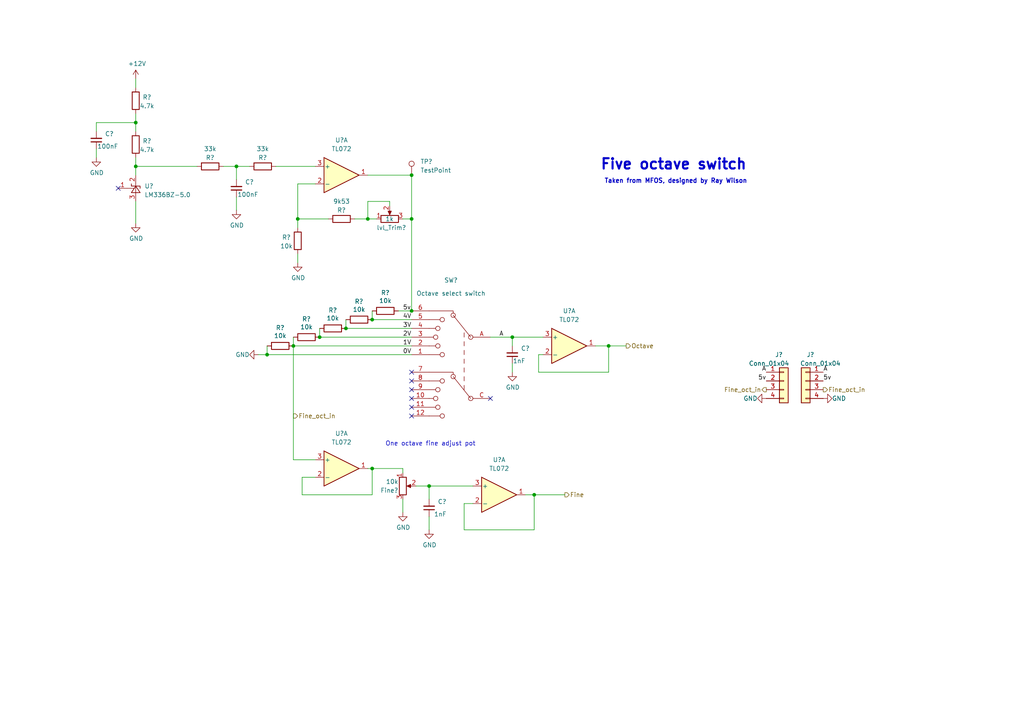
<source format=kicad_sch>
(kicad_sch
	(version 20250114)
	(generator "eeschema")
	(generator_version "9.0")
	(uuid "475ae8e0-0432-4a0e-bfba-ad2113730b76")
	(paper "A4")
	(title_block
		(title "CD40106 VCO")
		(date "2023-12-10")
		(rev "1.0")
		(company "Bleep Sound")
	)
	(lib_symbols
		(symbol "Amplifier_Operational:TL072"
			(pin_names
				(offset 0.127)
			)
			(exclude_from_sim no)
			(in_bom yes)
			(on_board yes)
			(property "Reference" "U"
				(at 0 5.08 0)
				(effects
					(font
						(size 1.27 1.27)
					)
					(justify left)
				)
			)
			(property "Value" "TL072"
				(at 0 -5.08 0)
				(effects
					(font
						(size 1.27 1.27)
					)
					(justify left)
				)
			)
			(property "Footprint" ""
				(at 0 0 0)
				(effects
					(font
						(size 1.27 1.27)
					)
					(hide yes)
				)
			)
			(property "Datasheet" "http://www.ti.com/lit/ds/symlink/tl071.pdf"
				(at 0 0 0)
				(effects
					(font
						(size 1.27 1.27)
					)
					(hide yes)
				)
			)
			(property "Description" "Dual Low-Noise JFET-Input Operational Amplifiers, DIP-8/SOIC-8"
				(at 0 0 0)
				(effects
					(font
						(size 1.27 1.27)
					)
					(hide yes)
				)
			)
			(property "ki_locked" ""
				(at 0 0 0)
				(effects
					(font
						(size 1.27 1.27)
					)
				)
			)
			(property "ki_keywords" "dual opamp"
				(at 0 0 0)
				(effects
					(font
						(size 1.27 1.27)
					)
					(hide yes)
				)
			)
			(property "ki_fp_filters" "SOIC*3.9x4.9mm*P1.27mm* DIP*W7.62mm* TO*99* OnSemi*Micro8* TSSOP*3x3mm*P0.65mm* TSSOP*4.4x3mm*P0.65mm* MSOP*3x3mm*P0.65mm* SSOP*3.9x4.9mm*P0.635mm* LFCSP*2x2mm*P0.5mm* *SIP* SOIC*5.3x6.2mm*P1.27mm*"
				(at 0 0 0)
				(effects
					(font
						(size 1.27 1.27)
					)
					(hide yes)
				)
			)
			(symbol "TL072_1_1"
				(polyline
					(pts
						(xy -5.08 5.08) (xy 5.08 0) (xy -5.08 -5.08) (xy -5.08 5.08)
					)
					(stroke
						(width 0.254)
						(type default)
					)
					(fill
						(type background)
					)
				)
				(pin input line
					(at -7.62 2.54 0)
					(length 2.54)
					(name "+"
						(effects
							(font
								(size 1.27 1.27)
							)
						)
					)
					(number "3"
						(effects
							(font
								(size 1.27 1.27)
							)
						)
					)
				)
				(pin input line
					(at -7.62 -2.54 0)
					(length 2.54)
					(name "-"
						(effects
							(font
								(size 1.27 1.27)
							)
						)
					)
					(number "2"
						(effects
							(font
								(size 1.27 1.27)
							)
						)
					)
				)
				(pin output line
					(at 7.62 0 180)
					(length 2.54)
					(name "~"
						(effects
							(font
								(size 1.27 1.27)
							)
						)
					)
					(number "1"
						(effects
							(font
								(size 1.27 1.27)
							)
						)
					)
				)
			)
			(symbol "TL072_2_1"
				(polyline
					(pts
						(xy -5.08 5.08) (xy 5.08 0) (xy -5.08 -5.08) (xy -5.08 5.08)
					)
					(stroke
						(width 0.254)
						(type default)
					)
					(fill
						(type background)
					)
				)
				(pin input line
					(at -7.62 2.54 0)
					(length 2.54)
					(name "+"
						(effects
							(font
								(size 1.27 1.27)
							)
						)
					)
					(number "5"
						(effects
							(font
								(size 1.27 1.27)
							)
						)
					)
				)
				(pin input line
					(at -7.62 -2.54 0)
					(length 2.54)
					(name "-"
						(effects
							(font
								(size 1.27 1.27)
							)
						)
					)
					(number "6"
						(effects
							(font
								(size 1.27 1.27)
							)
						)
					)
				)
				(pin output line
					(at 7.62 0 180)
					(length 2.54)
					(name "~"
						(effects
							(font
								(size 1.27 1.27)
							)
						)
					)
					(number "7"
						(effects
							(font
								(size 1.27 1.27)
							)
						)
					)
				)
			)
			(symbol "TL072_3_1"
				(pin power_in line
					(at -2.54 7.62 270)
					(length 3.81)
					(name "V+"
						(effects
							(font
								(size 1.27 1.27)
							)
						)
					)
					(number "8"
						(effects
							(font
								(size 1.27 1.27)
							)
						)
					)
				)
				(pin power_in line
					(at -2.54 -7.62 90)
					(length 3.81)
					(name "V-"
						(effects
							(font
								(size 1.27 1.27)
							)
						)
					)
					(number "4"
						(effects
							(font
								(size 1.27 1.27)
							)
						)
					)
				)
			)
			(embedded_fonts no)
		)
		(symbol "Connector:TestPoint"
			(pin_numbers
				(hide yes)
			)
			(pin_names
				(offset 0.762)
				(hide yes)
			)
			(exclude_from_sim no)
			(in_bom yes)
			(on_board yes)
			(property "Reference" "TP"
				(at 0 6.858 0)
				(effects
					(font
						(size 1.27 1.27)
					)
				)
			)
			(property "Value" "TestPoint"
				(at 0 5.08 0)
				(effects
					(font
						(size 1.27 1.27)
					)
				)
			)
			(property "Footprint" ""
				(at 5.08 0 0)
				(effects
					(font
						(size 1.27 1.27)
					)
					(hide yes)
				)
			)
			(property "Datasheet" "~"
				(at 5.08 0 0)
				(effects
					(font
						(size 1.27 1.27)
					)
					(hide yes)
				)
			)
			(property "Description" "test point"
				(at 0 0 0)
				(effects
					(font
						(size 1.27 1.27)
					)
					(hide yes)
				)
			)
			(property "ki_keywords" "test point tp"
				(at 0 0 0)
				(effects
					(font
						(size 1.27 1.27)
					)
					(hide yes)
				)
			)
			(property "ki_fp_filters" "Pin* Test*"
				(at 0 0 0)
				(effects
					(font
						(size 1.27 1.27)
					)
					(hide yes)
				)
			)
			(symbol "TestPoint_0_1"
				(circle
					(center 0 3.302)
					(radius 0.762)
					(stroke
						(width 0)
						(type default)
					)
					(fill
						(type none)
					)
				)
			)
			(symbol "TestPoint_1_1"
				(pin passive line
					(at 0 0 90)
					(length 2.54)
					(name "1"
						(effects
							(font
								(size 1.27 1.27)
							)
						)
					)
					(number "1"
						(effects
							(font
								(size 1.27 1.27)
							)
						)
					)
				)
			)
			(embedded_fonts no)
		)
		(symbol "Connector_Generic:Conn_01x04"
			(pin_names
				(offset 1.016)
				(hide yes)
			)
			(exclude_from_sim no)
			(in_bom yes)
			(on_board yes)
			(property "Reference" "J"
				(at 0 5.08 0)
				(effects
					(font
						(size 1.27 1.27)
					)
				)
			)
			(property "Value" "Conn_01x04"
				(at 0 -7.62 0)
				(effects
					(font
						(size 1.27 1.27)
					)
				)
			)
			(property "Footprint" ""
				(at 0 0 0)
				(effects
					(font
						(size 1.27 1.27)
					)
					(hide yes)
				)
			)
			(property "Datasheet" "~"
				(at 0 0 0)
				(effects
					(font
						(size 1.27 1.27)
					)
					(hide yes)
				)
			)
			(property "Description" "Generic connector, single row, 01x04, script generated (kicad-library-utils/schlib/autogen/connector/)"
				(at 0 0 0)
				(effects
					(font
						(size 1.27 1.27)
					)
					(hide yes)
				)
			)
			(property "ki_keywords" "connector"
				(at 0 0 0)
				(effects
					(font
						(size 1.27 1.27)
					)
					(hide yes)
				)
			)
			(property "ki_fp_filters" "Connector*:*_1x??_*"
				(at 0 0 0)
				(effects
					(font
						(size 1.27 1.27)
					)
					(hide yes)
				)
			)
			(symbol "Conn_01x04_1_1"
				(rectangle
					(start -1.27 3.81)
					(end 1.27 -6.35)
					(stroke
						(width 0.254)
						(type default)
					)
					(fill
						(type background)
					)
				)
				(rectangle
					(start -1.27 2.667)
					(end 0 2.413)
					(stroke
						(width 0.1524)
						(type default)
					)
					(fill
						(type none)
					)
				)
				(rectangle
					(start -1.27 0.127)
					(end 0 -0.127)
					(stroke
						(width 0.1524)
						(type default)
					)
					(fill
						(type none)
					)
				)
				(rectangle
					(start -1.27 -2.413)
					(end 0 -2.667)
					(stroke
						(width 0.1524)
						(type default)
					)
					(fill
						(type none)
					)
				)
				(rectangle
					(start -1.27 -4.953)
					(end 0 -5.207)
					(stroke
						(width 0.1524)
						(type default)
					)
					(fill
						(type none)
					)
				)
				(pin passive line
					(at -5.08 2.54 0)
					(length 3.81)
					(name "Pin_1"
						(effects
							(font
								(size 1.27 1.27)
							)
						)
					)
					(number "1"
						(effects
							(font
								(size 1.27 1.27)
							)
						)
					)
				)
				(pin passive line
					(at -5.08 0 0)
					(length 3.81)
					(name "Pin_2"
						(effects
							(font
								(size 1.27 1.27)
							)
						)
					)
					(number "2"
						(effects
							(font
								(size 1.27 1.27)
							)
						)
					)
				)
				(pin passive line
					(at -5.08 -2.54 0)
					(length 3.81)
					(name "Pin_3"
						(effects
							(font
								(size 1.27 1.27)
							)
						)
					)
					(number "3"
						(effects
							(font
								(size 1.27 1.27)
							)
						)
					)
				)
				(pin passive line
					(at -5.08 -5.08 0)
					(length 3.81)
					(name "Pin_4"
						(effects
							(font
								(size 1.27 1.27)
							)
						)
					)
					(number "4"
						(effects
							(font
								(size 1.27 1.27)
							)
						)
					)
				)
			)
			(embedded_fonts no)
		)
		(symbol "Device:C_Small"
			(pin_numbers
				(hide yes)
			)
			(pin_names
				(offset 0.254)
				(hide yes)
			)
			(exclude_from_sim no)
			(in_bom yes)
			(on_board yes)
			(property "Reference" "C"
				(at 0.254 1.778 0)
				(effects
					(font
						(size 1.27 1.27)
					)
					(justify left)
				)
			)
			(property "Value" "C_Small"
				(at 0.254 -2.032 0)
				(effects
					(font
						(size 1.27 1.27)
					)
					(justify left)
				)
			)
			(property "Footprint" ""
				(at 0 0 0)
				(effects
					(font
						(size 1.27 1.27)
					)
					(hide yes)
				)
			)
			(property "Datasheet" "~"
				(at 0 0 0)
				(effects
					(font
						(size 1.27 1.27)
					)
					(hide yes)
				)
			)
			(property "Description" "Unpolarized capacitor, small symbol"
				(at 0 0 0)
				(effects
					(font
						(size 1.27 1.27)
					)
					(hide yes)
				)
			)
			(property "ki_keywords" "capacitor cap"
				(at 0 0 0)
				(effects
					(font
						(size 1.27 1.27)
					)
					(hide yes)
				)
			)
			(property "ki_fp_filters" "C_*"
				(at 0 0 0)
				(effects
					(font
						(size 1.27 1.27)
					)
					(hide yes)
				)
			)
			(symbol "C_Small_0_1"
				(polyline
					(pts
						(xy -1.524 0.508) (xy 1.524 0.508)
					)
					(stroke
						(width 0.3048)
						(type default)
					)
					(fill
						(type none)
					)
				)
				(polyline
					(pts
						(xy -1.524 -0.508) (xy 1.524 -0.508)
					)
					(stroke
						(width 0.3302)
						(type default)
					)
					(fill
						(type none)
					)
				)
			)
			(symbol "C_Small_1_1"
				(pin passive line
					(at 0 2.54 270)
					(length 2.032)
					(name "~"
						(effects
							(font
								(size 1.27 1.27)
							)
						)
					)
					(number "1"
						(effects
							(font
								(size 1.27 1.27)
							)
						)
					)
				)
				(pin passive line
					(at 0 -2.54 90)
					(length 2.032)
					(name "~"
						(effects
							(font
								(size 1.27 1.27)
							)
						)
					)
					(number "2"
						(effects
							(font
								(size 1.27 1.27)
							)
						)
					)
				)
			)
			(embedded_fonts no)
		)
		(symbol "Device:R"
			(pin_numbers
				(hide yes)
			)
			(pin_names
				(offset 0)
			)
			(exclude_from_sim no)
			(in_bom yes)
			(on_board yes)
			(property "Reference" "R"
				(at 2.032 0 90)
				(effects
					(font
						(size 1.27 1.27)
					)
				)
			)
			(property "Value" "R"
				(at 0 0 90)
				(effects
					(font
						(size 1.27 1.27)
					)
				)
			)
			(property "Footprint" ""
				(at -1.778 0 90)
				(effects
					(font
						(size 1.27 1.27)
					)
					(hide yes)
				)
			)
			(property "Datasheet" "~"
				(at 0 0 0)
				(effects
					(font
						(size 1.27 1.27)
					)
					(hide yes)
				)
			)
			(property "Description" "Resistor"
				(at 0 0 0)
				(effects
					(font
						(size 1.27 1.27)
					)
					(hide yes)
				)
			)
			(property "ki_keywords" "R res resistor"
				(at 0 0 0)
				(effects
					(font
						(size 1.27 1.27)
					)
					(hide yes)
				)
			)
			(property "ki_fp_filters" "R_*"
				(at 0 0 0)
				(effects
					(font
						(size 1.27 1.27)
					)
					(hide yes)
				)
			)
			(symbol "R_0_1"
				(rectangle
					(start -1.016 -2.54)
					(end 1.016 2.54)
					(stroke
						(width 0.254)
						(type default)
					)
					(fill
						(type none)
					)
				)
			)
			(symbol "R_1_1"
				(pin passive line
					(at 0 3.81 270)
					(length 1.27)
					(name "~"
						(effects
							(font
								(size 1.27 1.27)
							)
						)
					)
					(number "1"
						(effects
							(font
								(size 1.27 1.27)
							)
						)
					)
				)
				(pin passive line
					(at 0 -3.81 90)
					(length 1.27)
					(name "~"
						(effects
							(font
								(size 1.27 1.27)
							)
						)
					)
					(number "2"
						(effects
							(font
								(size 1.27 1.27)
							)
						)
					)
				)
			)
			(embedded_fonts no)
		)
		(symbol "Device:R_POT"
			(pin_names
				(offset 1.016)
				(hide yes)
			)
			(exclude_from_sim no)
			(in_bom yes)
			(on_board yes)
			(property "Reference" "RV"
				(at -4.445 0 90)
				(effects
					(font
						(size 1.27 1.27)
					)
				)
			)
			(property "Value" "Device_R_POT"
				(at -2.54 0 90)
				(effects
					(font
						(size 1.27 1.27)
					)
				)
			)
			(property "Footprint" ""
				(at 0 0 0)
				(effects
					(font
						(size 1.27 1.27)
					)
					(hide yes)
				)
			)
			(property "Datasheet" ""
				(at 0 0 0)
				(effects
					(font
						(size 1.27 1.27)
					)
					(hide yes)
				)
			)
			(property "Description" ""
				(at 0 0 0)
				(effects
					(font
						(size 1.27 1.27)
					)
					(hide yes)
				)
			)
			(property "ki_fp_filters" "Potentiometer*"
				(at 0 0 0)
				(effects
					(font
						(size 1.27 1.27)
					)
					(hide yes)
				)
			)
			(symbol "R_POT_0_1"
				(rectangle
					(start 1.016 2.54)
					(end -1.016 -2.54)
					(stroke
						(width 0.254)
						(type default)
					)
					(fill
						(type none)
					)
				)
				(polyline
					(pts
						(xy 1.143 0) (xy 2.286 0.508) (xy 2.286 -0.508) (xy 1.143 0)
					)
					(stroke
						(width 0)
						(type default)
					)
					(fill
						(type outline)
					)
				)
				(polyline
					(pts
						(xy 2.54 0) (xy 1.524 0)
					)
					(stroke
						(width 0)
						(type default)
					)
					(fill
						(type none)
					)
				)
			)
			(symbol "R_POT_1_1"
				(pin passive line
					(at 0 3.81 270)
					(length 1.27)
					(name "1"
						(effects
							(font
								(size 1.27 1.27)
							)
						)
					)
					(number "1"
						(effects
							(font
								(size 1.27 1.27)
							)
						)
					)
				)
				(pin passive line
					(at 0 -3.81 90)
					(length 1.27)
					(name "3"
						(effects
							(font
								(size 1.27 1.27)
							)
						)
					)
					(number "3"
						(effects
							(font
								(size 1.27 1.27)
							)
						)
					)
				)
				(pin passive line
					(at 3.81 0 180)
					(length 1.27)
					(name "2"
						(effects
							(font
								(size 1.27 1.27)
							)
						)
					)
					(number "2"
						(effects
							(font
								(size 1.27 1.27)
							)
						)
					)
				)
			)
			(embedded_fonts no)
		)
		(symbol "Reference_Voltage:LM285Z-ADJ"
			(pin_names
				(offset 0.0254)
				(hide yes)
			)
			(exclude_from_sim no)
			(in_bom yes)
			(on_board yes)
			(property "Reference" "U"
				(at 1.905 3.81 0)
				(effects
					(font
						(size 1.27 1.27)
					)
				)
			)
			(property "Value" "LM285Z-ADJ"
				(at 0 -3.175 0)
				(effects
					(font
						(size 1.27 1.27)
					)
				)
			)
			(property "Footprint" "Package_TO_SOT_THT:TO-92_Inline"
				(at 0 -5.08 0)
				(effects
					(font
						(size 1.27 1.27)
						(italic yes)
					)
					(hide yes)
				)
			)
			(property "Datasheet" "http://www.ti.com/lit/ds/symlink/lm185-adj.pdf"
				(at 0 0 0)
				(effects
					(font
						(size 1.27 1.27)
						(italic yes)
					)
					(hide yes)
				)
			)
			(property "Description" "Adjustable Micropower Voltage Reference Diodes, TO-92"
				(at 0 0 0)
				(effects
					(font
						(size 1.27 1.27)
					)
					(hide yes)
				)
			)
			(property "ki_keywords" "diode device voltage reference"
				(at 0 0 0)
				(effects
					(font
						(size 1.27 1.27)
					)
					(hide yes)
				)
			)
			(property "ki_fp_filters" "TO?92*"
				(at 0 0 0)
				(effects
					(font
						(size 1.27 1.27)
					)
					(hide yes)
				)
			)
			(symbol "LM285Z-ADJ_0_1"
				(polyline
					(pts
						(xy -1.27 0) (xy 0 0) (xy 1.27 0)
					)
					(stroke
						(width 0)
						(type default)
					)
					(fill
						(type none)
					)
				)
				(polyline
					(pts
						(xy -1.27 -1.27) (xy 0.635 0) (xy -1.27 1.27) (xy -1.27 -1.27)
					)
					(stroke
						(width 0.2032)
						(type default)
					)
					(fill
						(type none)
					)
				)
				(polyline
					(pts
						(xy 0 2.54) (xy 0 0.381)
					)
					(stroke
						(width 0)
						(type default)
					)
					(fill
						(type none)
					)
				)
				(polyline
					(pts
						(xy 0 -1.27) (xy 0.635 -1.27) (xy 0.635 1.27) (xy 1.27 1.27)
					)
					(stroke
						(width 0.2032)
						(type default)
					)
					(fill
						(type none)
					)
				)
			)
			(symbol "LM285Z-ADJ_1_1"
				(pin passive line
					(at -3.81 0 0)
					(length 2.54)
					(name "A"
						(effects
							(font
								(size 1.27 1.27)
							)
						)
					)
					(number "3"
						(effects
							(font
								(size 1.27 1.27)
							)
						)
					)
				)
				(pin input line
					(at 0 5.08 270)
					(length 2.54)
					(name "FB"
						(effects
							(font
								(size 1.27 1.27)
							)
						)
					)
					(number "1"
						(effects
							(font
								(size 1.27 1.27)
							)
						)
					)
				)
				(pin passive line
					(at 3.81 0 180)
					(length 2.54)
					(name "K"
						(effects
							(font
								(size 1.27 1.27)
							)
						)
					)
					(number "2"
						(effects
							(font
								(size 1.27 1.27)
							)
						)
					)
				)
			)
			(embedded_fonts no)
		)
		(symbol "Switch:SW_Rotary2x6"
			(pin_names
				(offset 1.016)
				(hide yes)
			)
			(exclude_from_sim no)
			(in_bom yes)
			(on_board yes)
			(property "Reference" "SW1"
				(at 1.27 24.13 0)
				(effects
					(font
						(size 1.27 1.27)
					)
				)
			)
			(property "Value" "Octave select switch"
				(at 1.27 20.32 0)
				(effects
					(font
						(size 1.27 1.27)
					)
				)
			)
			(property "Footprint" "Kicad-perso:CK1055"
				(at -0.127 18.288 0)
				(effects
					(font
						(size 1.27 1.27)
					)
					(hide yes)
				)
			)
			(property "Datasheet" "https://fr.rs-online.com/web/p/commutateurs-rotatifs/8660278"
				(at 0.127 18.161 0)
				(effects
					(font
						(size 1.27 1.27)
					)
					(hide yes)
				)
			)
			(property "Description" "2 rotary switch with 6 positions"
				(at 0 0 0)
				(effects
					(font
						(size 1.27 1.27)
					)
					(hide yes)
				)
			)
			(property "manf#" "CK1055"
				(at 0 0 0)
				(effects
					(font
						(size 1.27 1.27)
					)
					(hide yes)
				)
			)
			(property "manf" "Lorlin"
				(at 0 0 0)
				(effects
					(font
						(size 1.27 1.27)
					)
					(hide yes)
				)
			)
			(property "ki_keywords" "rotary switch"
				(at 0 0 0)
				(effects
					(font
						(size 1.27 1.27)
					)
					(hide yes)
				)
			)
			(symbol "SW_Rotary2x6_0_0"
				(circle
					(center -4.445 7.62)
					(radius 0.635)
					(stroke
						(width 0)
						(type default)
					)
					(fill
						(type none)
					)
				)
				(polyline
					(pts
						(xy -4.445 7.62) (xy 0.635 13.97)
					)
					(stroke
						(width 0)
						(type default)
					)
					(fill
						(type none)
					)
				)
				(circle
					(center -4.445 -10.16)
					(radius 0.635)
					(stroke
						(width 0)
						(type default)
					)
					(fill
						(type none)
					)
				)
				(polyline
					(pts
						(xy -4.445 -10.16) (xy 0.635 -3.81)
					)
					(stroke
						(width 0)
						(type default)
					)
					(fill
						(type none)
					)
				)
				(polyline
					(pts
						(xy -2.54 7.62) (xy -2.54 8.89)
					)
					(stroke
						(width 0)
						(type default)
					)
					(fill
						(type none)
					)
				)
				(polyline
					(pts
						(xy -2.54 5.08) (xy -2.54 6.35)
					)
					(stroke
						(width 0)
						(type default)
					)
					(fill
						(type none)
					)
				)
				(polyline
					(pts
						(xy -2.54 2.54) (xy -2.54 3.81)
					)
					(stroke
						(width 0)
						(type default)
					)
					(fill
						(type none)
					)
				)
				(polyline
					(pts
						(xy -2.54 0) (xy -2.54 1.27)
					)
					(stroke
						(width 0)
						(type default)
					)
					(fill
						(type none)
					)
				)
				(polyline
					(pts
						(xy -2.54 -2.54) (xy -2.54 -1.27)
					)
					(stroke
						(width 0)
						(type default)
					)
					(fill
						(type none)
					)
				)
				(polyline
					(pts
						(xy -2.54 -5.08) (xy -2.54 -3.81)
					)
					(stroke
						(width 0)
						(type default)
					)
					(fill
						(type none)
					)
				)
				(polyline
					(pts
						(xy -2.54 -7.62) (xy -2.54 -6.35)
					)
					(stroke
						(width 0)
						(type default)
					)
					(fill
						(type none)
					)
				)
				(polyline
					(pts
						(xy 0.635 14.605) (xy 0.635 15.24) (xy 7.62 15.24)
					)
					(stroke
						(width 0)
						(type default)
					)
					(fill
						(type none)
					)
				)
				(circle
					(center 0.635 13.97)
					(radius 0.635)
					(stroke
						(width 0)
						(type default)
					)
					(fill
						(type none)
					)
				)
				(polyline
					(pts
						(xy 0.635 -3.175) (xy 0.635 -2.54) (xy 7.62 -2.54)
					)
					(stroke
						(width 0)
						(type default)
					)
					(fill
						(type none)
					)
				)
				(circle
					(center 0.635 -3.81)
					(radius 0.635)
					(stroke
						(width 0)
						(type default)
					)
					(fill
						(type none)
					)
				)
				(circle
					(center 3.81 12.7)
					(radius 0.635)
					(stroke
						(width 0)
						(type default)
					)
					(fill
						(type none)
					)
				)
				(circle
					(center 3.81 2.54)
					(radius 0.635)
					(stroke
						(width 0)
						(type default)
					)
					(fill
						(type none)
					)
				)
				(circle
					(center 3.81 -5.08)
					(radius 0.635)
					(stroke
						(width 0)
						(type default)
					)
					(fill
						(type none)
					)
				)
				(circle
					(center 3.81 -15.24)
					(radius 0.635)
					(stroke
						(width 0)
						(type default)
					)
					(fill
						(type none)
					)
				)
				(polyline
					(pts
						(xy 4.445 12.7) (xy 7.62 12.7)
					)
					(stroke
						(width 0)
						(type default)
					)
					(fill
						(type none)
					)
				)
				(polyline
					(pts
						(xy 4.445 -5.08) (xy 7.62 -5.08)
					)
					(stroke
						(width 0)
						(type default)
					)
					(fill
						(type none)
					)
				)
				(circle
					(center 5.08 10.16)
					(radius 0.635)
					(stroke
						(width 0)
						(type default)
					)
					(fill
						(type none)
					)
				)
				(circle
					(center 5.08 5.08)
					(radius 0.635)
					(stroke
						(width 0)
						(type default)
					)
					(fill
						(type none)
					)
				)
				(circle
					(center 5.08 -7.62)
					(radius 0.635)
					(stroke
						(width 0)
						(type default)
					)
					(fill
						(type none)
					)
				)
				(circle
					(center 5.08 -12.7)
					(radius 0.635)
					(stroke
						(width 0)
						(type default)
					)
					(fill
						(type none)
					)
				)
				(polyline
					(pts
						(xy 5.715 10.16) (xy 7.62 10.16)
					)
					(stroke
						(width 0)
						(type default)
					)
					(fill
						(type none)
					)
				)
				(circle
					(center 5.715 7.62)
					(radius 0.635)
					(stroke
						(width 0)
						(type default)
					)
					(fill
						(type none)
					)
				)
				(polyline
					(pts
						(xy 5.715 5.08) (xy 7.62 5.08)
					)
					(stroke
						(width 0)
						(type default)
					)
					(fill
						(type none)
					)
				)
				(polyline
					(pts
						(xy 5.715 -7.62) (xy 7.62 -7.62)
					)
					(stroke
						(width 0)
						(type default)
					)
					(fill
						(type none)
					)
				)
				(circle
					(center 5.715 -10.16)
					(radius 0.635)
					(stroke
						(width 0)
						(type default)
					)
					(fill
						(type none)
					)
				)
				(polyline
					(pts
						(xy 5.715 -12.7) (xy 7.62 -12.7)
					)
					(stroke
						(width 0)
						(type default)
					)
					(fill
						(type none)
					)
				)
				(polyline
					(pts
						(xy 6.35 7.62) (xy 7.62 7.62)
					)
					(stroke
						(width 0)
						(type default)
					)
					(fill
						(type none)
					)
				)
				(polyline
					(pts
						(xy 6.35 -10.16) (xy 7.62 -10.16)
					)
					(stroke
						(width 0)
						(type default)
					)
					(fill
						(type none)
					)
				)
				(polyline
					(pts
						(xy 7.62 2.54) (xy 4.445 2.54)
					)
					(stroke
						(width 0)
						(type default)
					)
					(fill
						(type none)
					)
				)
				(polyline
					(pts
						(xy 7.62 -15.24) (xy 4.445 -15.24)
					)
					(stroke
						(width 0)
						(type default)
					)
					(fill
						(type none)
					)
				)
			)
			(symbol "SW_Rotary2x6_0_1"
				(pin passive line
					(at 12.7 15.24 180)
					(length 5.08)
					(name "6"
						(effects
							(font
								(size 1.27 1.27)
							)
						)
					)
					(number "6"
						(effects
							(font
								(size 1.27 1.27)
							)
						)
					)
				)
				(pin passive line
					(at 12.7 12.7 180)
					(length 5.08)
					(name "5"
						(effects
							(font
								(size 1.27 1.27)
							)
						)
					)
					(number "5"
						(effects
							(font
								(size 1.27 1.27)
							)
						)
					)
				)
				(pin passive line
					(at 12.7 10.16 180)
					(length 5.08)
					(name "4"
						(effects
							(font
								(size 1.27 1.27)
							)
						)
					)
					(number "4"
						(effects
							(font
								(size 1.27 1.27)
							)
						)
					)
				)
				(pin passive line
					(at 12.7 7.62 180)
					(length 5.08)
					(name "3"
						(effects
							(font
								(size 1.27 1.27)
							)
						)
					)
					(number "3"
						(effects
							(font
								(size 1.27 1.27)
							)
						)
					)
				)
				(pin passive line
					(at 12.7 5.08 180)
					(length 5.08)
					(name "2"
						(effects
							(font
								(size 1.27 1.27)
							)
						)
					)
					(number "2"
						(effects
							(font
								(size 1.27 1.27)
							)
						)
					)
				)
				(pin passive line
					(at 12.7 2.54 180)
					(length 5.08)
					(name "1"
						(effects
							(font
								(size 1.27 1.27)
							)
						)
					)
					(number "1"
						(effects
							(font
								(size 1.27 1.27)
							)
						)
					)
				)
				(pin passive line
					(at 12.7 -2.54 180)
					(length 5.08)
					(name "7"
						(effects
							(font
								(size 1.27 1.27)
							)
						)
					)
					(number "7"
						(effects
							(font
								(size 1.27 1.27)
							)
						)
					)
				)
				(pin passive line
					(at 12.7 -5.08 180)
					(length 5.08)
					(name "8"
						(effects
							(font
								(size 1.27 1.27)
							)
						)
					)
					(number "8"
						(effects
							(font
								(size 1.27 1.27)
							)
						)
					)
				)
				(pin passive line
					(at 12.7 -7.62 180)
					(length 5.08)
					(name "9"
						(effects
							(font
								(size 1.27 1.27)
							)
						)
					)
					(number "9"
						(effects
							(font
								(size 1.27 1.27)
							)
						)
					)
				)
				(pin passive line
					(at 12.7 -10.16 180)
					(length 5.08)
					(name "10"
						(effects
							(font
								(size 1.27 1.27)
							)
						)
					)
					(number "10"
						(effects
							(font
								(size 1.27 1.27)
							)
						)
					)
				)
				(pin passive line
					(at 12.7 -12.7 180)
					(length 5.08)
					(name "11"
						(effects
							(font
								(size 1.27 1.27)
							)
						)
					)
					(number "11"
						(effects
							(font
								(size 1.27 1.27)
							)
						)
					)
				)
				(pin passive line
					(at 12.7 -15.24 180)
					(length 5.08)
					(name "12"
						(effects
							(font
								(size 1.27 1.27)
							)
						)
					)
					(number "12"
						(effects
							(font
								(size 1.27 1.27)
							)
						)
					)
				)
			)
			(symbol "SW_Rotary2x6_1_1"
				(pin passive line
					(at -10.16 7.62 0)
					(length 5.08)
					(name "A"
						(effects
							(font
								(size 1.27 1.27)
							)
						)
					)
					(number "A"
						(effects
							(font
								(size 1.27 1.27)
							)
						)
					)
				)
				(pin passive line
					(at -10.16 -10.16 0)
					(length 5.08)
					(name "C"
						(effects
							(font
								(size 1.27 1.27)
							)
						)
					)
					(number "C"
						(effects
							(font
								(size 1.27 1.27)
							)
						)
					)
				)
			)
			(embedded_fonts no)
		)
		(symbol "power:+12V"
			(power)
			(pin_names
				(offset 0)
			)
			(exclude_from_sim no)
			(in_bom yes)
			(on_board yes)
			(property "Reference" "#PWR"
				(at 0 -3.81 0)
				(effects
					(font
						(size 1.27 1.27)
					)
					(hide yes)
				)
			)
			(property "Value" "+12V"
				(at 0 3.556 0)
				(effects
					(font
						(size 1.27 1.27)
					)
				)
			)
			(property "Footprint" ""
				(at 0 0 0)
				(effects
					(font
						(size 1.27 1.27)
					)
					(hide yes)
				)
			)
			(property "Datasheet" ""
				(at 0 0 0)
				(effects
					(font
						(size 1.27 1.27)
					)
					(hide yes)
				)
			)
			(property "Description" "Power symbol creates a global label with name \"+12V\""
				(at 0 0 0)
				(effects
					(font
						(size 1.27 1.27)
					)
					(hide yes)
				)
			)
			(property "ki_keywords" "power-flag"
				(at 0 0 0)
				(effects
					(font
						(size 1.27 1.27)
					)
					(hide yes)
				)
			)
			(symbol "+12V_0_1"
				(polyline
					(pts
						(xy -0.762 1.27) (xy 0 2.54)
					)
					(stroke
						(width 0)
						(type default)
					)
					(fill
						(type none)
					)
				)
				(polyline
					(pts
						(xy 0 2.54) (xy 0.762 1.27)
					)
					(stroke
						(width 0)
						(type default)
					)
					(fill
						(type none)
					)
				)
				(polyline
					(pts
						(xy 0 0) (xy 0 2.54)
					)
					(stroke
						(width 0)
						(type default)
					)
					(fill
						(type none)
					)
				)
			)
			(symbol "+12V_1_1"
				(pin power_in line
					(at 0 0 90)
					(length 0)
					(hide yes)
					(name "+12V"
						(effects
							(font
								(size 1.27 1.27)
							)
						)
					)
					(number "1"
						(effects
							(font
								(size 1.27 1.27)
							)
						)
					)
				)
			)
			(embedded_fonts no)
		)
		(symbol "power:GND"
			(power)
			(pin_names
				(offset 0)
			)
			(exclude_from_sim no)
			(in_bom yes)
			(on_board yes)
			(property "Reference" "#PWR"
				(at 0 -6.35 0)
				(effects
					(font
						(size 1.27 1.27)
					)
					(hide yes)
				)
			)
			(property "Value" "GND"
				(at 0 -3.81 0)
				(effects
					(font
						(size 1.27 1.27)
					)
				)
			)
			(property "Footprint" ""
				(at 0 0 0)
				(effects
					(font
						(size 1.27 1.27)
					)
					(hide yes)
				)
			)
			(property "Datasheet" ""
				(at 0 0 0)
				(effects
					(font
						(size 1.27 1.27)
					)
					(hide yes)
				)
			)
			(property "Description" "Power symbol creates a global label with name \"GND\" , ground"
				(at 0 0 0)
				(effects
					(font
						(size 1.27 1.27)
					)
					(hide yes)
				)
			)
			(property "ki_keywords" "power-flag"
				(at 0 0 0)
				(effects
					(font
						(size 1.27 1.27)
					)
					(hide yes)
				)
			)
			(symbol "GND_0_1"
				(polyline
					(pts
						(xy 0 0) (xy 0 -1.27) (xy 1.27 -1.27) (xy 0 -2.54) (xy -1.27 -1.27) (xy 0 -1.27)
					)
					(stroke
						(width 0)
						(type default)
					)
					(fill
						(type none)
					)
				)
			)
			(symbol "GND_1_1"
				(pin power_in line
					(at 0 0 270)
					(length 0)
					(hide yes)
					(name "GND"
						(effects
							(font
								(size 1.27 1.27)
							)
						)
					)
					(number "1"
						(effects
							(font
								(size 1.27 1.27)
							)
						)
					)
				)
			)
			(embedded_fonts no)
		)
	)
	(text "Five octave switch"
		(exclude_from_sim no)
		(at 173.99 49.53 0)
		(effects
			(font
				(size 3 3)
				(thickness 0.6)
				(bold yes)
			)
			(justify left bottom)
		)
		(uuid "1dbc4a6d-8093-40f8-992d-4e53baa949d5")
	)
	(text "Taken from MFOS, designed by Ray Wilson"
		(exclude_from_sim no)
		(at 175.26 53.34 0)
		(effects
			(font
				(size 1.27 1.27)
				(bold yes)
			)
			(justify left bottom)
		)
		(uuid "28f87a4a-444d-445a-8159-66ba26328abe")
	)
	(text "One octave fine adjust pot"
		(exclude_from_sim no)
		(at 111.76 129.54 0)
		(effects
			(font
				(size 1.27 1.27)
			)
			(justify left bottom)
		)
		(uuid "4e59d4d9-5f95-418c-abeb-d346f3c5312a")
	)
	(junction
		(at 119.38 50.8)
		(diameter 0)
		(color 0 0 0 0)
		(uuid "02112267-ebfa-45fd-ac83-b046a45079e9")
	)
	(junction
		(at 92.71 97.79)
		(diameter 0)
		(color 0 0 0 0)
		(uuid "0ce42394-629c-497b-9130-0ccf35078ba7")
	)
	(junction
		(at 39.37 48.26)
		(diameter 0)
		(color 0 0 0 0)
		(uuid "16bde5fb-1961-4088-963c-24eb0b6a0a0a")
	)
	(junction
		(at 106.68 63.5)
		(diameter 0)
		(color 0 0 0 0)
		(uuid "183488b0-6507-43ed-9a31-b8664ea4b42d")
	)
	(junction
		(at 119.38 90.17)
		(diameter 0)
		(color 0 0 0 0)
		(uuid "1d356fd9-616f-493b-b9d2-7cb7a1354c9e")
	)
	(junction
		(at 107.95 92.71)
		(diameter 0)
		(color 0 0 0 0)
		(uuid "290ba0b9-9a5b-416d-8af3-61e034963f9f")
	)
	(junction
		(at 124.46 140.97)
		(diameter 0)
		(color 0 0 0 0)
		(uuid "2c940df4-029f-4f2a-9bb9-e9e45d779c0c")
	)
	(junction
		(at 100.33 95.25)
		(diameter 0)
		(color 0 0 0 0)
		(uuid "36bdbcbf-6216-4edd-a3b7-acaa777e7742")
	)
	(junction
		(at 68.58 48.26)
		(diameter 0)
		(color 0 0 0 0)
		(uuid "569f9017-5e2c-45e3-99d6-21f5914d8d76")
	)
	(junction
		(at 77.47 102.87)
		(diameter 0)
		(color 0 0 0 0)
		(uuid "6372cd71-06fe-4c63-b78c-5dedfddc450c")
	)
	(junction
		(at 176.53 100.33)
		(diameter 0)
		(color 0 0 0 0)
		(uuid "78aa8ed4-e94a-42e1-a5ad-c80f53e4a5e2")
	)
	(junction
		(at 119.38 63.5)
		(diameter 0)
		(color 0 0 0 0)
		(uuid "8b03b4dd-7283-455d-8a73-367d43190841")
	)
	(junction
		(at 85.09 100.33)
		(diameter 0)
		(color 0 0 0 0)
		(uuid "988353c7-21b3-4e22-b7d8-b756e541e9b5")
	)
	(junction
		(at 86.36 63.5)
		(diameter 0)
		(color 0 0 0 0)
		(uuid "9900df1f-bfe3-4360-a89b-29009ed21d06")
	)
	(junction
		(at 154.94 143.51)
		(diameter 0)
		(color 0 0 0 0)
		(uuid "affda09d-216b-42f1-a00a-f3b3e3bd7d4a")
	)
	(junction
		(at 148.59 97.79)
		(diameter 0)
		(color 0 0 0 0)
		(uuid "c5b767b3-5307-4304-936c-a0bca4bfab21")
	)
	(junction
		(at 39.37 35.56)
		(diameter 0)
		(color 0 0 0 0)
		(uuid "d21e0b5a-b7d5-416c-8406-e3afbf6e8142")
	)
	(junction
		(at 107.95 135.89)
		(diameter 0)
		(color 0 0 0 0)
		(uuid "dfc00de2-41fb-4688-8d69-8789a47e5e18")
	)
	(no_connect
		(at 119.38 118.11)
		(uuid "00cd511e-96fb-4c32-8043-73c120eccfe5")
	)
	(no_connect
		(at 119.38 110.49)
		(uuid "24988974-afb2-4e0a-b266-1f4e31f090fa")
	)
	(no_connect
		(at 119.38 115.57)
		(uuid "38d477ae-9464-4fd3-b2af-b7c5183cf72e")
	)
	(no_connect
		(at 119.38 107.95)
		(uuid "55f41100-c53d-45d0-9504-63a60b28abc5")
	)
	(no_connect
		(at 34.29 54.61)
		(uuid "5f0fab48-7e83-4fdf-a4c3-033d31481647")
	)
	(no_connect
		(at 119.38 113.03)
		(uuid "6826fe06-a786-40c7-9f6a-b8f8c3ed50b9")
	)
	(no_connect
		(at 119.38 120.65)
		(uuid "97e9e137-1a1b-4974-80e7-879754aa538c")
	)
	(no_connect
		(at 142.24 115.57)
		(uuid "b066c7dc-7594-4858-91ef-4650a2b6383d")
	)
	(wire
		(pts
			(xy 85.09 133.35) (xy 91.44 133.35)
		)
		(stroke
			(width 0)
			(type default)
		)
		(uuid "0369bb69-89c5-478f-862f-c703f3f76b07")
	)
	(wire
		(pts
			(xy 27.94 35.56) (xy 39.37 35.56)
		)
		(stroke
			(width 0)
			(type default)
		)
		(uuid "09729185-3c6f-4a82-b2e2-4eb35e19743b")
	)
	(wire
		(pts
			(xy 39.37 48.26) (xy 39.37 50.8)
		)
		(stroke
			(width 0)
			(type default)
		)
		(uuid "0e9ac521-0936-4545-a5ab-7e752d879c30")
	)
	(wire
		(pts
			(xy 124.46 144.78) (xy 124.46 140.97)
		)
		(stroke
			(width 0)
			(type default)
		)
		(uuid "192e9d3a-037c-4531-803b-be2d2ed73d68")
	)
	(wire
		(pts
			(xy 106.68 135.89) (xy 107.95 135.89)
		)
		(stroke
			(width 0)
			(type default)
		)
		(uuid "1a1a1eb5-993a-4454-8573-f6d6723cae4d")
	)
	(wire
		(pts
			(xy 102.87 63.5) (xy 106.68 63.5)
		)
		(stroke
			(width 0)
			(type default)
		)
		(uuid "1ea5672b-d6f6-493f-8b90-5e22601c12f7")
	)
	(wire
		(pts
			(xy 68.58 48.26) (xy 68.58 52.07)
		)
		(stroke
			(width 0)
			(type default)
		)
		(uuid "1f0efa39-a4ec-49c9-86c6-e1331611bfce")
	)
	(wire
		(pts
			(xy 86.36 63.5) (xy 86.36 66.04)
		)
		(stroke
			(width 0)
			(type default)
		)
		(uuid "2395cafa-81ae-4a30-8827-b67dfbad7031")
	)
	(wire
		(pts
			(xy 119.38 102.87) (xy 77.47 102.87)
		)
		(stroke
			(width 0)
			(type default)
		)
		(uuid "269d49f8-9830-408f-93db-79ea20610260")
	)
	(wire
		(pts
			(xy 39.37 48.26) (xy 57.15 48.26)
		)
		(stroke
			(width 0)
			(type default)
		)
		(uuid "287cbb10-f01d-4d90-99bb-03a8ce84aba3")
	)
	(wire
		(pts
			(xy 148.59 107.95) (xy 148.59 105.41)
		)
		(stroke
			(width 0)
			(type default)
		)
		(uuid "29fb0a65-0586-4319-8abb-a2d6137b0fa5")
	)
	(wire
		(pts
			(xy 39.37 33.02) (xy 39.37 35.56)
		)
		(stroke
			(width 0)
			(type default)
		)
		(uuid "2cf11c1f-e9cb-4a7c-9f7f-71988ba4fa95")
	)
	(wire
		(pts
			(xy 106.68 50.8) (xy 119.38 50.8)
		)
		(stroke
			(width 0)
			(type default)
		)
		(uuid "2d8580bc-092b-41f1-af5d-dc94e74373be")
	)
	(wire
		(pts
			(xy 119.38 95.25) (xy 100.33 95.25)
		)
		(stroke
			(width 0)
			(type default)
		)
		(uuid "2e557537-c60c-4624-82cd-8a7793099fb0")
	)
	(wire
		(pts
			(xy 156.21 107.95) (xy 156.21 102.87)
		)
		(stroke
			(width 0)
			(type default)
		)
		(uuid "30bf2cb3-3bd7-41df-9996-bced690ef0eb")
	)
	(wire
		(pts
			(xy 68.58 60.96) (xy 68.58 57.15)
		)
		(stroke
			(width 0)
			(type default)
		)
		(uuid "30f13499-49a6-4b3c-ac64-dbcbc7e2c18d")
	)
	(wire
		(pts
			(xy 119.38 97.79) (xy 92.71 97.79)
		)
		(stroke
			(width 0)
			(type default)
		)
		(uuid "32ccc137-4016-408d-901e-75affab878d8")
	)
	(wire
		(pts
			(xy 113.03 58.42) (xy 113.03 59.69)
		)
		(stroke
			(width 0)
			(type default)
		)
		(uuid "37bfeb0c-dfbe-4d47-8a8e-e016b179af93")
	)
	(wire
		(pts
			(xy 68.58 48.26) (xy 72.39 48.26)
		)
		(stroke
			(width 0)
			(type default)
		)
		(uuid "3acc3e65-078e-4f30-810a-93c08c90b7bf")
	)
	(wire
		(pts
			(xy 106.68 63.5) (xy 106.68 58.42)
		)
		(stroke
			(width 0)
			(type default)
		)
		(uuid "3b535462-cd99-4288-aaf6-4df0b74a1906")
	)
	(wire
		(pts
			(xy 92.71 95.25) (xy 92.71 97.79)
		)
		(stroke
			(width 0)
			(type default)
		)
		(uuid "4b8a6e9f-604d-4ec7-b8de-a35566792e21")
	)
	(wire
		(pts
			(xy 77.47 102.87) (xy 77.47 100.33)
		)
		(stroke
			(width 0)
			(type default)
		)
		(uuid "4c65ddaf-58b2-4076-81f1-664b85910fab")
	)
	(wire
		(pts
			(xy 119.38 50.8) (xy 119.38 63.5)
		)
		(stroke
			(width 0)
			(type default)
		)
		(uuid "52703ac9-8523-4bfc-8677-6e6c1d7e01e8")
	)
	(wire
		(pts
			(xy 154.94 153.67) (xy 154.94 143.51)
		)
		(stroke
			(width 0)
			(type default)
		)
		(uuid "5274817e-7c35-446a-b9ef-6383fd3bc566")
	)
	(wire
		(pts
			(xy 116.84 63.5) (xy 119.38 63.5)
		)
		(stroke
			(width 0)
			(type default)
		)
		(uuid "52c6b71a-fec9-4038-97d5-52181b289cd4")
	)
	(wire
		(pts
			(xy 86.36 76.2) (xy 86.36 73.66)
		)
		(stroke
			(width 0)
			(type default)
		)
		(uuid "53da3c46-5621-4b1b-9f0e-58c4f421f8ae")
	)
	(wire
		(pts
			(xy 119.38 90.17) (xy 115.57 90.17)
		)
		(stroke
			(width 0)
			(type default)
		)
		(uuid "5b54315d-f046-4c90-9e05-976c88add5a5")
	)
	(wire
		(pts
			(xy 106.68 63.5) (xy 109.22 63.5)
		)
		(stroke
			(width 0)
			(type default)
		)
		(uuid "6423adb8-2934-4995-b345-83e358de511d")
	)
	(wire
		(pts
			(xy 85.09 97.79) (xy 85.09 100.33)
		)
		(stroke
			(width 0)
			(type default)
		)
		(uuid "656d0e3d-ebc2-4826-b2c5-04aeffc6fdbf")
	)
	(wire
		(pts
			(xy 91.44 53.34) (xy 86.36 53.34)
		)
		(stroke
			(width 0)
			(type default)
		)
		(uuid "687d3990-8328-4ae5-97dd-e9c33ce07d4a")
	)
	(wire
		(pts
			(xy 39.37 25.4) (xy 39.37 22.86)
		)
		(stroke
			(width 0)
			(type default)
		)
		(uuid "7309c833-f842-46f0-baaa-c1d734053434")
	)
	(wire
		(pts
			(xy 142.24 97.79) (xy 148.59 97.79)
		)
		(stroke
			(width 0)
			(type default)
		)
		(uuid "7bc9140e-7e49-4991-acf5-72376a2b6037")
	)
	(wire
		(pts
			(xy 172.72 100.33) (xy 176.53 100.33)
		)
		(stroke
			(width 0)
			(type default)
		)
		(uuid "7d9d23a7-f1d2-47ba-a781-5217917c203f")
	)
	(wire
		(pts
			(xy 134.62 153.67) (xy 154.94 153.67)
		)
		(stroke
			(width 0)
			(type default)
		)
		(uuid "7dbdaf51-5b65-4ffa-9ba7-9cf314a72f4c")
	)
	(wire
		(pts
			(xy 116.84 137.16) (xy 116.84 135.89)
		)
		(stroke
			(width 0)
			(type default)
		)
		(uuid "8036e591-9c53-4745-a9c4-90bb77e9f359")
	)
	(wire
		(pts
			(xy 64.77 48.26) (xy 68.58 48.26)
		)
		(stroke
			(width 0)
			(type default)
		)
		(uuid "82ca30ff-e3ae-4faa-a9c3-147e3e1ee6c5")
	)
	(wire
		(pts
			(xy 154.94 143.51) (xy 163.83 143.51)
		)
		(stroke
			(width 0)
			(type default)
		)
		(uuid "84d4cf0e-ec03-407e-aad5-b612304c714a")
	)
	(wire
		(pts
			(xy 77.47 102.87) (xy 74.93 102.87)
		)
		(stroke
			(width 0)
			(type default)
		)
		(uuid "8521a315-dafa-4835-a05d-b5b120aacf05")
	)
	(wire
		(pts
			(xy 176.53 107.95) (xy 156.21 107.95)
		)
		(stroke
			(width 0)
			(type default)
		)
		(uuid "85fda546-863d-4c06-99a9-16a2a8ac38d1")
	)
	(wire
		(pts
			(xy 124.46 153.67) (xy 124.46 149.86)
		)
		(stroke
			(width 0)
			(type default)
		)
		(uuid "8e3b9b8a-d5ba-4968-bfae-458fcaed8e94")
	)
	(wire
		(pts
			(xy 107.95 135.89) (xy 107.95 143.51)
		)
		(stroke
			(width 0)
			(type default)
		)
		(uuid "9305fba4-34b5-4983-a03f-a74e3f06ae5a")
	)
	(wire
		(pts
			(xy 106.68 58.42) (xy 113.03 58.42)
		)
		(stroke
			(width 0)
			(type default)
		)
		(uuid "95775cf0-69e8-46c5-b137-33c392efb7b1")
	)
	(wire
		(pts
			(xy 87.63 143.51) (xy 87.63 138.43)
		)
		(stroke
			(width 0)
			(type default)
		)
		(uuid "99425110-8f3a-4041-bf10-e646c5a5ea41")
	)
	(wire
		(pts
			(xy 176.53 100.33) (xy 181.61 100.33)
		)
		(stroke
			(width 0)
			(type default)
		)
		(uuid "9aa31f4b-07d9-434f-9a2b-0ab80393f01a")
	)
	(wire
		(pts
			(xy 107.95 90.17) (xy 107.95 92.71)
		)
		(stroke
			(width 0)
			(type default)
		)
		(uuid "9af9588e-af00-4e17-baa6-aa0dd0cee8d6")
	)
	(wire
		(pts
			(xy 39.37 45.72) (xy 39.37 48.26)
		)
		(stroke
			(width 0)
			(type default)
		)
		(uuid "9bcd622a-38dd-4246-a5b5-1f84abe14dd1")
	)
	(wire
		(pts
			(xy 124.46 140.97) (xy 120.65 140.97)
		)
		(stroke
			(width 0)
			(type default)
		)
		(uuid "9daa06af-599b-420e-ac8e-4f4fe1ad90a3")
	)
	(wire
		(pts
			(xy 148.59 97.79) (xy 157.48 97.79)
		)
		(stroke
			(width 0)
			(type default)
		)
		(uuid "a1f48458-8fee-4fd4-ac2f-f662dccae820")
	)
	(wire
		(pts
			(xy 39.37 64.77) (xy 39.37 58.42)
		)
		(stroke
			(width 0)
			(type default)
		)
		(uuid "accc5588-86c3-48f9-9550-37e9547560dd")
	)
	(wire
		(pts
			(xy 119.38 63.5) (xy 119.38 90.17)
		)
		(stroke
			(width 0)
			(type default)
		)
		(uuid "aeb459d5-5031-4b97-b206-5bc74e9b1509")
	)
	(wire
		(pts
			(xy 134.62 146.05) (xy 134.62 153.67)
		)
		(stroke
			(width 0)
			(type default)
		)
		(uuid "af7030cd-e318-480d-a7f5-756a88e793e3")
	)
	(wire
		(pts
			(xy 100.33 92.71) (xy 100.33 95.25)
		)
		(stroke
			(width 0)
			(type default)
		)
		(uuid "af959153-c611-414e-922f-80fe482d1b30")
	)
	(wire
		(pts
			(xy 148.59 100.33) (xy 148.59 97.79)
		)
		(stroke
			(width 0)
			(type default)
		)
		(uuid "bb402aec-9b19-4285-995f-2c70edc80603")
	)
	(wire
		(pts
			(xy 156.21 102.87) (xy 157.48 102.87)
		)
		(stroke
			(width 0)
			(type default)
		)
		(uuid "bbaa78b1-9e0a-45a1-8179-678a9c720a7b")
	)
	(wire
		(pts
			(xy 154.94 143.51) (xy 152.4 143.51)
		)
		(stroke
			(width 0)
			(type default)
		)
		(uuid "c14463e4-d66b-461a-a1e4-b0a5d2429f85")
	)
	(wire
		(pts
			(xy 86.36 53.34) (xy 86.36 63.5)
		)
		(stroke
			(width 0)
			(type default)
		)
		(uuid "c1b9c933-5d97-4980-b9f3-3c01a6489051")
	)
	(wire
		(pts
			(xy 116.84 135.89) (xy 107.95 135.89)
		)
		(stroke
			(width 0)
			(type default)
		)
		(uuid "c406c582-83c4-420f-a937-50a4a9798aa3")
	)
	(wire
		(pts
			(xy 27.94 45.72) (xy 27.94 43.18)
		)
		(stroke
			(width 0)
			(type default)
		)
		(uuid "c5254246-3f1a-47ee-a9af-2115f34bc420")
	)
	(wire
		(pts
			(xy 137.16 146.05) (xy 134.62 146.05)
		)
		(stroke
			(width 0)
			(type default)
		)
		(uuid "c9b31002-aa22-4614-a9f2-3110453ff52a")
	)
	(wire
		(pts
			(xy 39.37 35.56) (xy 39.37 38.1)
		)
		(stroke
			(width 0)
			(type default)
		)
		(uuid "cadc4e4b-9b5b-4998-8544-8f8e91454312")
	)
	(wire
		(pts
			(xy 86.36 63.5) (xy 95.25 63.5)
		)
		(stroke
			(width 0)
			(type default)
		)
		(uuid "d0a9c887-d394-4394-86ca-4b0f191aa23a")
	)
	(wire
		(pts
			(xy 87.63 138.43) (xy 91.44 138.43)
		)
		(stroke
			(width 0)
			(type default)
		)
		(uuid "d2ce0a48-c4d1-45a0-a9e6-33e2b50aa93b")
	)
	(wire
		(pts
			(xy 176.53 100.33) (xy 176.53 107.95)
		)
		(stroke
			(width 0)
			(type default)
		)
		(uuid "dab06c81-463d-4d11-9c87-1772ea9efaf8")
	)
	(wire
		(pts
			(xy 27.94 38.1) (xy 27.94 35.56)
		)
		(stroke
			(width 0)
			(type default)
		)
		(uuid "dc2ba084-07e6-457d-8a79-385a915e6a3d")
	)
	(wire
		(pts
			(xy 80.01 48.26) (xy 91.44 48.26)
		)
		(stroke
			(width 0)
			(type default)
		)
		(uuid "e48fcb29-c769-497c-b0c1-73327c864260")
	)
	(wire
		(pts
			(xy 119.38 100.33) (xy 85.09 100.33)
		)
		(stroke
			(width 0)
			(type default)
		)
		(uuid "e6ae4884-d396-4f17-80a7-bbfa5c0484ae")
	)
	(wire
		(pts
			(xy 85.09 100.33) (xy 85.09 133.35)
		)
		(stroke
			(width 0)
			(type default)
		)
		(uuid "e94056a1-738f-4019-ad5c-5d4fb41ddece")
	)
	(wire
		(pts
			(xy 107.95 143.51) (xy 87.63 143.51)
		)
		(stroke
			(width 0)
			(type default)
		)
		(uuid "ed6161f3-c8ae-4971-a65f-4bb3cf088fec")
	)
	(wire
		(pts
			(xy 116.84 148.59) (xy 116.84 144.78)
		)
		(stroke
			(width 0)
			(type default)
		)
		(uuid "f25e6c6e-0e1f-4b50-a41f-6c817fb901e4")
	)
	(wire
		(pts
			(xy 124.46 140.97) (xy 137.16 140.97)
		)
		(stroke
			(width 0)
			(type default)
		)
		(uuid "f5222af0-5231-421f-ac9a-d22f4bc23ba5")
	)
	(wire
		(pts
			(xy 119.38 92.71) (xy 107.95 92.71)
		)
		(stroke
			(width 0)
			(type default)
		)
		(uuid "f9e3f609-2a7a-4c66-a5e9-97de3f17a89b")
	)
	(label "5v"
		(at 238.76 110.49 0)
		(effects
			(font
				(size 1.27 1.27)
			)
			(justify left bottom)
		)
		(uuid "024dc9a7-ae68-41de-a985-6ed7c134ef7d")
	)
	(label "4V"
		(at 116.84 92.71 0)
		(effects
			(font
				(size 1.27 1.27)
			)
			(justify left bottom)
		)
		(uuid "168067e3-034d-4bc8-a50b-1d470eb36a22")
	)
	(label "5v"
		(at 222.25 110.49 180)
		(effects
			(font
				(size 1.27 1.27)
			)
			(justify right bottom)
		)
		(uuid "284f0ca3-4097-4d6a-ba83-450a3e185ff1")
	)
	(label "A"
		(at 238.76 107.95 0)
		(effects
			(font
				(size 1.27 1.27)
			)
			(justify left bottom)
		)
		(uuid "3e81d625-3600-4d59-a977-512d578875f9")
	)
	(label "A"
		(at 144.78 97.79 0)
		(effects
			(font
				(size 1.27 1.27)
			)
			(justify left bottom)
		)
		(uuid "5f49993b-a618-4457-baca-2f0fa2b07a1b")
	)
	(label "5v"
		(at 116.84 90.17 0)
		(effects
			(font
				(size 1.27 1.27)
			)
			(justify left bottom)
		)
		(uuid "65af24b5-106f-45bf-87d9-69be410d2f20")
	)
	(label "0V"
		(at 116.84 102.87 0)
		(effects
			(font
				(size 1.27 1.27)
			)
			(justify left bottom)
		)
		(uuid "919d602d-ddf7-4d4e-a6e4-042bf5759f31")
	)
	(label "A"
		(at 222.25 107.95 180)
		(effects
			(font
				(size 1.27 1.27)
			)
			(justify right bottom)
		)
		(uuid "92ce2e65-05a3-40c6-bb07-940131258209")
	)
	(label "2V"
		(at 116.84 97.79 0)
		(effects
			(font
				(size 1.27 1.27)
			)
			(justify left bottom)
		)
		(uuid "c1910593-e876-4748-bb5b-8abccc81f72d")
	)
	(label "3V"
		(at 116.84 95.25 0)
		(effects
			(font
				(size 1.27 1.27)
			)
			(justify left bottom)
		)
		(uuid "e3a8f989-8976-4b8e-807e-b77b67c0cb05")
	)
	(label "1V"
		(at 116.84 100.33 0)
		(effects
			(font
				(size 1.27 1.27)
			)
			(justify left bottom)
		)
		(uuid "f653bce8-b5a2-4a75-9f0f-26be1de184fe")
	)
	(hierarchical_label "Fine_oct_in"
		(shape output)
		(at 85.09 120.65 0)
		(effects
			(font
				(size 1.27 1.27)
			)
			(justify left)
		)
		(uuid "0e7ab4d4-69e1-4c42-b4ff-0ea9db49b5de")
	)
	(hierarchical_label "Fine_oct_in"
		(shape output)
		(at 238.76 113.03 0)
		(effects
			(font
				(size 1.27 1.27)
			)
			(justify left)
		)
		(uuid "ad9ba8fa-a1dc-4a90-8438-d8ca6058eb3a")
	)
	(hierarchical_label "Fine"
		(shape output)
		(at 163.83 143.51 0)
		(effects
			(font
				(size 1.27 1.27)
			)
			(justify left)
		)
		(uuid "add8d5c1-8cbe-454d-a874-038f6cbe3058")
	)
	(hierarchical_label "Octave"
		(shape output)
		(at 181.61 100.33 0)
		(effects
			(font
				(size 1.27 1.27)
			)
			(justify left)
		)
		(uuid "d97a0f5d-2075-49b2-be3a-0da66c9c5649")
	)
	(hierarchical_label "Fine_oct_in"
		(shape output)
		(at 222.25 113.03 180)
		(effects
			(font
				(size 1.27 1.27)
			)
			(justify right)
		)
		(uuid "ddb7d65a-873d-47cc-9335-9e3b49c0f679")
	)
	(symbol
		(lib_id "Device:R")
		(at 99.06 63.5 270)
		(unit 1)
		(exclude_from_sim no)
		(in_bom yes)
		(on_board yes)
		(dnp no)
		(uuid "1140600d-788a-479a-b779-03b2d86a59dd")
		(property "Reference" "R?"
			(at 99.06 60.96 90)
			(effects
				(font
					(size 1.27 1.27)
				)
			)
		)
		(property "Value" "9k53"
			(at 99.06 58.42 90)
			(effects
				(font
					(size 1.27 1.27)
				)
			)
		)
		(property "Footprint" "Resistor_THT:R_Axial_DIN0207_L6.3mm_D2.5mm_P10.16mm_Horizontal"
			(at 99.06 61.722 90)
			(effects
				(font
					(size 1.27 1.27)
				)
				(hide yes)
			)
		)
		(property "Datasheet" "~"
			(at 99.06 63.5 0)
			(effects
				(font
					(size 1.27 1.27)
				)
				(hide yes)
			)
		)
		(property "Description" ""
			(at 99.06 63.5 0)
			(effects
				(font
					(size 1.27 1.27)
				)
			)
		)
		(pin "1"
			(uuid "6057bd55-088d-4ccd-a78b-ef5f5cd9b51d")
		)
		(pin "2"
			(uuid "9d1c4afd-9537-47f8-9b70-11376ed73f6d")
		)
		(instances
			(project "octave_switch"
				(path "/475ae8e0-0432-4a0e-bfba-ad2113730b76"
					(reference "R?")
					(unit 1)
				)
			)
			(project "CD40106_VCO"
				(path "/fea7c5d1-76d6-41a0-b5e3-29889dbb8ce0/81e6b2af-0e05-441b-92d5-5b2db5d1019d"
					(reference "R24")
					(unit 1)
				)
			)
		)
	)
	(symbol
		(lib_id "Connector_Generic:Conn_01x04")
		(at 227.33 110.49 0)
		(unit 1)
		(exclude_from_sim no)
		(in_bom yes)
		(on_board yes)
		(dnp no)
		(uuid "15f04802-99c2-4b31-8035-55a1e7aa27df")
		(property "Reference" "J?"
			(at 224.79 102.87 0)
			(effects
				(font
					(size 1.27 1.27)
				)
				(justify left)
			)
		)
		(property "Value" "Conn_01x04"
			(at 217.17 105.41 0)
			(effects
				(font
					(size 1.27 1.27)
				)
				(justify left)
			)
		)
		(property "Footprint" "Connector_PinHeader_2.54mm:PinHeader_1x04_P2.54mm_Vertical"
			(at 227.33 110.49 0)
			(effects
				(font
					(size 1.27 1.27)
				)
				(hide yes)
			)
		)
		(property "Datasheet" "~"
			(at 227.33 110.49 0)
			(effects
				(font
					(size 1.27 1.27)
				)
				(hide yes)
			)
		)
		(property "Description" ""
			(at 227.33 110.49 0)
			(effects
				(font
					(size 1.27 1.27)
				)
			)
		)
		(pin "1"
			(uuid "f4909f05-2593-4490-8ec1-5d0c0a81080d")
		)
		(pin "2"
			(uuid "37cb6e39-a2c3-4fcb-ba2e-72ad9e167d03")
		)
		(pin "3"
			(uuid "7251b8c5-56bb-48eb-b45b-47c53531feb0")
		)
		(pin "4"
			(uuid "0b593e03-5299-4baa-aa7b-8a45a8e90921")
		)
		(instances
			(project "octave_switch"
				(path "/475ae8e0-0432-4a0e-bfba-ad2113730b76"
					(reference "J?")
					(unit 1)
				)
			)
			(project "CD40106_VCO"
				(path "/fea7c5d1-76d6-41a0-b5e3-29889dbb8ce0/81e6b2af-0e05-441b-92d5-5b2db5d1019d"
					(reference "J11")
					(unit 1)
				)
			)
		)
	)
	(symbol
		(lib_id "Amplifier_Operational:TL072")
		(at 99.06 135.89 0)
		(unit 1)
		(exclude_from_sim no)
		(in_bom yes)
		(on_board yes)
		(dnp no)
		(fields_autoplaced yes)
		(uuid "1f899360-1c78-48fd-bfb1-f937a45baecf")
		(property "Reference" "U?"
			(at 99.06 125.73 0)
			(effects
				(font
					(size 1.27 1.27)
				)
			)
		)
		(property "Value" "TL072"
			(at 99.06 128.27 0)
			(effects
				(font
					(size 1.27 1.27)
				)
			)
		)
		(property "Footprint" "Package_DIP:DIP-8_W7.62mm_Socket"
			(at 99.06 135.89 0)
			(effects
				(font
					(size 1.27 1.27)
				)
				(hide yes)
			)
		)
		(property "Datasheet" "http://www.ti.com/lit/ds/symlink/tl071.pdf"
			(at 99.06 135.89 0)
			(effects
				(font
					(size 1.27 1.27)
				)
				(hide yes)
			)
		)
		(property "Description" ""
			(at 99.06 135.89 0)
			(effects
				(font
					(size 1.27 1.27)
				)
			)
		)
		(pin "1"
			(uuid "38f34623-91f3-4b1f-b8b2-d1625e0e5aed")
		)
		(pin "2"
			(uuid "ba537e3a-31ab-464d-9b82-f9c61b1da45c")
		)
		(pin "3"
			(uuid "30cd97bf-7a00-4b1e-a410-68266cdc8b0f")
		)
		(pin "5"
			(uuid "25e30066-b93d-43c3-afed-6dab3abfc9aa")
		)
		(pin "6"
			(uuid "9ccc9cb7-84f1-4597-805c-b8a3250078ca")
		)
		(pin "7"
			(uuid "29f6f044-d7c0-44d1-a270-f2d820aff7b2")
		)
		(pin "4"
			(uuid "b44c0d9e-81fb-4d2d-8708-2e6b5fee4bf1")
		)
		(pin "8"
			(uuid "af202caf-4f83-4195-9048-0ab300913eaa")
		)
		(instances
			(project "octave_switch"
				(path "/475ae8e0-0432-4a0e-bfba-ad2113730b76"
					(reference "U?")
					(unit 1)
				)
			)
			(project "CD40106_VCO"
				(path "/fea7c5d1-76d6-41a0-b5e3-29889dbb8ce0/81e6b2af-0e05-441b-92d5-5b2db5d1019d"
					(reference "U5")
					(unit 1)
				)
			)
		)
	)
	(symbol
		(lib_id "power:GND")
		(at 222.25 115.57 270)
		(mirror x)
		(unit 1)
		(exclude_from_sim no)
		(in_bom yes)
		(on_board yes)
		(dnp no)
		(uuid "220fdc22-4cb7-4ca5-850e-ccf81b425df4")
		(property "Reference" "#PWR?"
			(at 215.9 115.57 0)
			(effects
				(font
					(size 1.27 1.27)
				)
				(hide yes)
			)
		)
		(property "Value" "GND"
			(at 219.71 115.57 90)
			(effects
				(font
					(size 1.27 1.27)
				)
				(justify right)
			)
		)
		(property "Footprint" ""
			(at 222.25 115.57 0)
			(effects
				(font
					(size 1.27 1.27)
				)
				(hide yes)
			)
		)
		(property "Datasheet" ""
			(at 222.25 115.57 0)
			(effects
				(font
					(size 1.27 1.27)
				)
				(hide yes)
			)
		)
		(property "Description" ""
			(at 222.25 115.57 0)
			(effects
				(font
					(size 1.27 1.27)
				)
			)
		)
		(pin "1"
			(uuid "de459087-6eef-421e-8c26-c2e4dae95f36")
		)
		(instances
			(project "octave_switch"
				(path "/475ae8e0-0432-4a0e-bfba-ad2113730b76"
					(reference "#PWR?")
					(unit 1)
				)
			)
			(project "Trigger Sequencer"
				(path "/e63e39d7-6ac0-4ffd-8aa3-1841a4541b55"
					(reference "#PWR05")
					(unit 1)
				)
			)
			(project "CD40106_VCO"
				(path "/fea7c5d1-76d6-41a0-b5e3-29889dbb8ce0/81e6b2af-0e05-441b-92d5-5b2db5d1019d"
					(reference "#PWR041")
					(unit 1)
				)
			)
		)
	)
	(symbol
		(lib_id "power:GND")
		(at 74.93 102.87 270)
		(mirror x)
		(unit 1)
		(exclude_from_sim no)
		(in_bom yes)
		(on_board yes)
		(dnp no)
		(uuid "28171bca-02ea-427c-a19d-04787fc7aa8a")
		(property "Reference" "#PWR?"
			(at 68.58 102.87 0)
			(effects
				(font
					(size 1.27 1.27)
				)
				(hide yes)
			)
		)
		(property "Value" "GND"
			(at 72.39 102.87 90)
			(effects
				(font
					(size 1.27 1.27)
				)
				(justify right)
			)
		)
		(property "Footprint" ""
			(at 74.93 102.87 0)
			(effects
				(font
					(size 1.27 1.27)
				)
				(hide yes)
			)
		)
		(property "Datasheet" ""
			(at 74.93 102.87 0)
			(effects
				(font
					(size 1.27 1.27)
				)
				(hide yes)
			)
		)
		(property "Description" ""
			(at 74.93 102.87 0)
			(effects
				(font
					(size 1.27 1.27)
				)
			)
		)
		(pin "1"
			(uuid "7b2eaea2-a8b0-4d22-840b-7c455b166f8f")
		)
		(instances
			(project "octave_switch"
				(path "/475ae8e0-0432-4a0e-bfba-ad2113730b76"
					(reference "#PWR?")
					(unit 1)
				)
			)
			(project "Trigger Sequencer"
				(path "/e63e39d7-6ac0-4ffd-8aa3-1841a4541b55"
					(reference "#PWR05")
					(unit 1)
				)
			)
			(project "CD40106_VCO"
				(path "/fea7c5d1-76d6-41a0-b5e3-29889dbb8ce0/81e6b2af-0e05-441b-92d5-5b2db5d1019d"
					(reference "#PWR036")
					(unit 1)
				)
			)
		)
	)
	(symbol
		(lib_id "Device:R")
		(at 39.37 41.91 0)
		(unit 1)
		(exclude_from_sim no)
		(in_bom yes)
		(on_board yes)
		(dnp no)
		(uuid "3078f08a-7795-43a9-94ff-2c57db7fc5fa")
		(property "Reference" "R?"
			(at 42.6478 40.9008 0)
			(effects
				(font
					(size 1.27 1.27)
				)
			)
		)
		(property "Value" "4.7k"
			(at 42.6478 43.4408 0)
			(effects
				(font
					(size 1.27 1.27)
				)
			)
		)
		(property "Footprint" "Resistor_THT:R_Axial_DIN0207_L6.3mm_D2.5mm_P10.16mm_Horizontal"
			(at 37.592 41.91 90)
			(effects
				(font
					(size 1.27 1.27)
				)
				(hide yes)
			)
		)
		(property "Datasheet" "~"
			(at 39.37 41.91 0)
			(effects
				(font
					(size 1.27 1.27)
				)
				(hide yes)
			)
		)
		(property "Description" ""
			(at 39.37 41.91 0)
			(effects
				(font
					(size 1.27 1.27)
				)
			)
		)
		(pin "1"
			(uuid "860287fb-6a9c-4c2e-bb09-e963a0d214bf")
		)
		(pin "2"
			(uuid "f3a2219c-df13-42ec-9741-7dc4d6d422e8")
		)
		(instances
			(project "octave_switch"
				(path "/475ae8e0-0432-4a0e-bfba-ad2113730b76"
					(reference "R?")
					(unit 1)
				)
			)
			(project "CD40106_VCO"
				(path "/fea7c5d1-76d6-41a0-b5e3-29889dbb8ce0/81e6b2af-0e05-441b-92d5-5b2db5d1019d"
					(reference "R17")
					(unit 1)
				)
			)
		)
	)
	(symbol
		(lib_id "power:GND")
		(at 116.84 148.59 0)
		(unit 1)
		(exclude_from_sim no)
		(in_bom yes)
		(on_board yes)
		(dnp no)
		(uuid "3ed142d3-d50e-430a-a797-530d4cb385fc")
		(property "Reference" "#PWR?"
			(at 116.84 154.94 0)
			(effects
				(font
					(size 1.27 1.27)
				)
				(hide yes)
			)
		)
		(property "Value" "GND"
			(at 116.967 152.9842 0)
			(effects
				(font
					(size 1.27 1.27)
				)
			)
		)
		(property "Footprint" ""
			(at 116.84 148.59 0)
			(effects
				(font
					(size 1.27 1.27)
				)
				(hide yes)
			)
		)
		(property "Datasheet" ""
			(at 116.84 148.59 0)
			(effects
				(font
					(size 1.27 1.27)
				)
				(hide yes)
			)
		)
		(property "Description" ""
			(at 116.84 148.59 0)
			(effects
				(font
					(size 1.27 1.27)
				)
			)
		)
		(pin "1"
			(uuid "3dfa9fe7-cdb9-45e8-8bb6-e61ccc90a125")
		)
		(instances
			(project "octave_switch"
				(path "/475ae8e0-0432-4a0e-bfba-ad2113730b76"
					(reference "#PWR?")
					(unit 1)
				)
			)
			(project "CD40106_VCO"
				(path "/fea7c5d1-76d6-41a0-b5e3-29889dbb8ce0/81e6b2af-0e05-441b-92d5-5b2db5d1019d"
					(reference "#PWR038")
					(unit 1)
				)
			)
		)
	)
	(symbol
		(lib_id "Device:R")
		(at 76.2 48.26 270)
		(unit 1)
		(exclude_from_sim no)
		(in_bom yes)
		(on_board yes)
		(dnp no)
		(uuid "54800b37-4522-4690-bcbb-a8538af03651")
		(property "Reference" "R?"
			(at 76.2 45.72 90)
			(effects
				(font
					(size 1.27 1.27)
				)
			)
		)
		(property "Value" "33k"
			(at 76.2 43.18 90)
			(effects
				(font
					(size 1.27 1.27)
				)
			)
		)
		(property "Footprint" "Resistor_THT:R_Axial_DIN0207_L6.3mm_D2.5mm_P10.16mm_Horizontal"
			(at 76.2 46.482 90)
			(effects
				(font
					(size 1.27 1.27)
				)
				(hide yes)
			)
		)
		(property "Datasheet" "~"
			(at 76.2 48.26 0)
			(effects
				(font
					(size 1.27 1.27)
				)
				(hide yes)
			)
		)
		(property "Description" ""
			(at 76.2 48.26 0)
			(effects
				(font
					(size 1.27 1.27)
				)
			)
		)
		(pin "1"
			(uuid "ddedef49-b4f9-4595-84bd-74be2a213658")
		)
		(pin "2"
			(uuid "22019b50-f693-4c8b-a9ce-69f3f1f20dea")
		)
		(instances
			(project "octave_switch"
				(path "/475ae8e0-0432-4a0e-bfba-ad2113730b76"
					(reference "R?")
					(unit 1)
				)
			)
			(project "CD40106_VCO"
				(path "/fea7c5d1-76d6-41a0-b5e3-29889dbb8ce0/81e6b2af-0e05-441b-92d5-5b2db5d1019d"
					(reference "R19")
					(unit 1)
				)
			)
		)
	)
	(symbol
		(lib_id "Device:R")
		(at 111.76 90.17 270)
		(mirror x)
		(unit 1)
		(exclude_from_sim no)
		(in_bom yes)
		(on_board yes)
		(dnp no)
		(uuid "58edd702-afce-47e9-bfee-26dc8c53fdae")
		(property "Reference" "R?"
			(at 111.76 84.9122 90)
			(effects
				(font
					(size 1.27 1.27)
				)
			)
		)
		(property "Value" "10k"
			(at 111.76 87.2236 90)
			(effects
				(font
					(size 1.27 1.27)
				)
			)
		)
		(property "Footprint" "Resistor_THT:R_Axial_DIN0207_L6.3mm_D2.5mm_P10.16mm_Horizontal"
			(at 111.76 91.948 90)
			(effects
				(font
					(size 1.27 1.27)
				)
				(hide yes)
			)
		)
		(property "Datasheet" "~"
			(at 111.76 90.17 0)
			(effects
				(font
					(size 1.27 1.27)
				)
				(hide yes)
			)
		)
		(property "Description" ""
			(at 111.76 90.17 0)
			(effects
				(font
					(size 1.27 1.27)
				)
			)
		)
		(pin "1"
			(uuid "86f93302-803d-47a9-9d79-096dc824893f")
		)
		(pin "2"
			(uuid "0a1ae6d1-67ed-43ac-8bf3-38d1648877fe")
		)
		(instances
			(project "octave_switch"
				(path "/475ae8e0-0432-4a0e-bfba-ad2113730b76"
					(reference "R?")
					(unit 1)
				)
			)
			(project "Trigger Sequencer"
				(path "/e63e39d7-6ac0-4ffd-8aa3-1841a4541b55"
					(reference "R1")
					(unit 1)
				)
			)
			(project "CD40106_VCO"
				(path "/fea7c5d1-76d6-41a0-b5e3-29889dbb8ce0/81e6b2af-0e05-441b-92d5-5b2db5d1019d"
					(reference "R26")
					(unit 1)
				)
			)
		)
	)
	(symbol
		(lib_id "power:+12V")
		(at 39.37 22.86 0)
		(unit 1)
		(exclude_from_sim no)
		(in_bom yes)
		(on_board yes)
		(dnp no)
		(uuid "5c535edc-8537-4e12-bdd7-aea37eefd923")
		(property "Reference" "#PWR?"
			(at 39.37 26.67 0)
			(effects
				(font
					(size 1.27 1.27)
				)
				(hide yes)
			)
		)
		(property "Value" "+12V"
			(at 39.751 18.4658 0)
			(effects
				(font
					(size 1.27 1.27)
				)
			)
		)
		(property "Footprint" ""
			(at 39.37 22.86 0)
			(effects
				(font
					(size 1.27 1.27)
				)
				(hide yes)
			)
		)
		(property "Datasheet" ""
			(at 39.37 22.86 0)
			(effects
				(font
					(size 1.27 1.27)
				)
				(hide yes)
			)
		)
		(property "Description" ""
			(at 39.37 22.86 0)
			(effects
				(font
					(size 1.27 1.27)
				)
			)
		)
		(pin "1"
			(uuid "36b25ee6-8c58-494e-9339-33cb20a22706")
		)
		(instances
			(project "octave_switch"
				(path "/475ae8e0-0432-4a0e-bfba-ad2113730b76"
					(reference "#PWR?")
					(unit 1)
				)
			)
			(project "CD40106_VCO"
				(path "/fea7c5d1-76d6-41a0-b5e3-29889dbb8ce0/81e6b2af-0e05-441b-92d5-5b2db5d1019d"
					(reference "#PWR033")
					(unit 1)
				)
			)
		)
	)
	(symbol
		(lib_id "Amplifier_Operational:TL072")
		(at 99.06 50.8 0)
		(unit 1)
		(exclude_from_sim no)
		(in_bom yes)
		(on_board yes)
		(dnp no)
		(fields_autoplaced yes)
		(uuid "6079a248-5101-4131-a876-2506a3cb32c8")
		(property "Reference" "U?"
			(at 99.06 40.64 0)
			(effects
				(font
					(size 1.27 1.27)
				)
			)
		)
		(property "Value" "TL072"
			(at 99.06 43.18 0)
			(effects
				(font
					(size 1.27 1.27)
				)
			)
		)
		(property "Footprint" "Package_DIP:DIP-8_W7.62mm_Socket"
			(at 99.06 50.8 0)
			(effects
				(font
					(size 1.27 1.27)
				)
				(hide yes)
			)
		)
		(property "Datasheet" "http://www.ti.com/lit/ds/symlink/tl071.pdf"
			(at 99.06 50.8 0)
			(effects
				(font
					(size 1.27 1.27)
				)
				(hide yes)
			)
		)
		(property "Description" ""
			(at 99.06 50.8 0)
			(effects
				(font
					(size 1.27 1.27)
				)
			)
		)
		(pin "1"
			(uuid "8748c209-8b85-4afb-a519-1b246d00ca8f")
		)
		(pin "2"
			(uuid "67ffbec0-fabd-4a3c-bc4e-907a08f50f27")
		)
		(pin "3"
			(uuid "012778b7-78b4-415c-9209-f3117ad234ca")
		)
		(pin "5"
			(uuid "25e30066-b93d-43c3-afed-6dab3abfc9ab")
		)
		(pin "6"
			(uuid "9ccc9cb7-84f1-4597-805c-b8a3250078cb")
		)
		(pin "7"
			(uuid "29f6f044-d7c0-44d1-a270-f2d820aff7b3")
		)
		(pin "4"
			(uuid "b44c0d9e-81fb-4d2d-8708-2e6b5fee4bf2")
		)
		(pin "8"
			(uuid "af202caf-4f83-4195-9048-0ab300913eab")
		)
		(instances
			(project "octave_switch"
				(path "/475ae8e0-0432-4a0e-bfba-ad2113730b76"
					(reference "U?")
					(unit 1)
				)
			)
			(project "CD40106_VCO"
				(path "/fea7c5d1-76d6-41a0-b5e3-29889dbb8ce0/81e6b2af-0e05-441b-92d5-5b2db5d1019d"
					(reference "U4")
					(unit 1)
				)
			)
		)
	)
	(symbol
		(lib_id "Device:R_POT")
		(at 116.84 140.97 0)
		(unit 1)
		(exclude_from_sim no)
		(in_bom yes)
		(on_board yes)
		(dnp no)
		(uuid "6e75b8b7-ab3c-401f-b277-7043e8e282c6")
		(property "Reference" "Fine?"
			(at 115.57 142.24 0)
			(effects
				(font
					(size 1.27 1.27)
				)
				(justify right)
			)
		)
		(property "Value" "10k"
			(at 115.57 139.7 0)
			(effects
				(font
					(size 1.27 1.27)
				)
				(justify right)
			)
		)
		(property "Footprint" "Kicad-perso:Pot-bourns-alpha"
			(at 116.84 140.97 0)
			(effects
				(font
					(size 1.27 1.27)
				)
				(hide yes)
			)
		)
		(property "Datasheet" "~"
			(at 116.84 140.97 0)
			(effects
				(font
					(size 1.27 1.27)
				)
				(hide yes)
			)
		)
		(property "Description" ""
			(at 116.84 140.97 0)
			(effects
				(font
					(size 1.27 1.27)
				)
			)
		)
		(pin "1"
			(uuid "8c2d3d70-97da-41e8-8735-2a0421746ac5")
		)
		(pin "2"
			(uuid "89c9931c-d32c-4a30-a7cf-07f518c3e2a0")
		)
		(pin "3"
			(uuid "4bf4e4dd-4b0a-47b0-9da4-e85164a98ed3")
		)
		(instances
			(project "octave_switch"
				(path "/475ae8e0-0432-4a0e-bfba-ad2113730b76"
					(reference "Fine?")
					(unit 1)
				)
			)
			(project "CD40106_VCO"
				(path "/fea7c5d1-76d6-41a0-b5e3-29889dbb8ce0/81e6b2af-0e05-441b-92d5-5b2db5d1019d"
					(reference "Fine1")
					(unit 1)
				)
			)
		)
	)
	(symbol
		(lib_id "Device:R")
		(at 39.37 29.21 0)
		(unit 1)
		(exclude_from_sim no)
		(in_bom yes)
		(on_board yes)
		(dnp no)
		(uuid "741c230d-19a9-4f12-96a7-2d50b0e49364")
		(property "Reference" "R?"
			(at 42.6478 28.2008 0)
			(effects
				(font
					(size 1.27 1.27)
				)
			)
		)
		(property "Value" "4.7k"
			(at 42.6478 30.7408 0)
			(effects
				(font
					(size 1.27 1.27)
				)
			)
		)
		(property "Footprint" "Resistor_THT:R_Axial_DIN0207_L6.3mm_D2.5mm_P10.16mm_Horizontal"
			(at 37.592 29.21 90)
			(effects
				(font
					(size 1.27 1.27)
				)
				(hide yes)
			)
		)
		(property "Datasheet" "~"
			(at 39.37 29.21 0)
			(effects
				(font
					(size 1.27 1.27)
				)
				(hide yes)
			)
		)
		(property "Description" ""
			(at 39.37 29.21 0)
			(effects
				(font
					(size 1.27 1.27)
				)
			)
		)
		(pin "1"
			(uuid "d8573a46-fdc5-4b0a-8a30-086633648ce2")
		)
		(pin "2"
			(uuid "3d27fc25-a778-46f4-9265-bb41777648fb")
		)
		(instances
			(project "octave_switch"
				(path "/475ae8e0-0432-4a0e-bfba-ad2113730b76"
					(reference "R?")
					(unit 1)
				)
			)
			(project "CD40106_VCO"
				(path "/fea7c5d1-76d6-41a0-b5e3-29889dbb8ce0/81e6b2af-0e05-441b-92d5-5b2db5d1019d"
					(reference "R16")
					(unit 1)
				)
			)
		)
	)
	(symbol
		(lib_id "Device:R_POT")
		(at 113.03 63.5 90)
		(unit 1)
		(exclude_from_sim no)
		(in_bom yes)
		(on_board yes)
		(dnp no)
		(uuid "7b5657c8-a1b1-4da7-a018-7164219620dd")
		(property "Reference" "lvl_Trim?"
			(at 109.22 66.04 90)
			(effects
				(font
					(size 1.27 1.27)
				)
				(justify right)
			)
		)
		(property "Value" "1k"
			(at 111.76 63.5 90)
			(effects
				(font
					(size 1.27 1.27)
				)
				(justify right)
			)
		)
		(property "Footprint" "Potentiometer_THT:Potentiometer_Bourns_3386C_Horizontal"
			(at 113.03 63.5 0)
			(effects
				(font
					(size 1.27 1.27)
				)
				(hide yes)
			)
		)
		(property "Datasheet" "~"
			(at 113.03 63.5 0)
			(effects
				(font
					(size 1.27 1.27)
				)
				(hide yes)
			)
		)
		(property "Description" ""
			(at 113.03 63.5 0)
			(effects
				(font
					(size 1.27 1.27)
				)
			)
		)
		(pin "1"
			(uuid "2d6ca4d9-86ce-442b-9f80-5b46da10856f")
		)
		(pin "2"
			(uuid "ff3beb07-d3b0-48f7-8031-1c0b03fedde2")
		)
		(pin "3"
			(uuid "4c55ba2d-d322-4897-8f24-96e22e957b48")
		)
		(instances
			(project "octave_switch"
				(path "/475ae8e0-0432-4a0e-bfba-ad2113730b76"
					(reference "lvl_Trim?")
					(unit 1)
				)
			)
			(project "CD40106_VCO"
				(path "/fea7c5d1-76d6-41a0-b5e3-29889dbb8ce0/81e6b2af-0e05-441b-92d5-5b2db5d1019d"
					(reference "lvl_Trim2")
					(unit 1)
				)
			)
		)
	)
	(symbol
		(lib_id "Amplifier_Operational:TL072")
		(at 144.78 143.51 0)
		(unit 1)
		(exclude_from_sim no)
		(in_bom yes)
		(on_board yes)
		(dnp no)
		(fields_autoplaced yes)
		(uuid "8494d070-5889-416b-b1bb-edcae3fecc09")
		(property "Reference" "U?"
			(at 144.78 133.35 0)
			(effects
				(font
					(size 1.27 1.27)
				)
			)
		)
		(property "Value" "TL072"
			(at 144.78 135.89 0)
			(effects
				(font
					(size 1.27 1.27)
				)
			)
		)
		(property "Footprint" "Package_DIP:DIP-8_W7.62mm_Socket"
			(at 144.78 143.51 0)
			(effects
				(font
					(size 1.27 1.27)
				)
				(hide yes)
			)
		)
		(property "Datasheet" "http://www.ti.com/lit/ds/symlink/tl071.pdf"
			(at 144.78 143.51 0)
			(effects
				(font
					(size 1.27 1.27)
				)
				(hide yes)
			)
		)
		(property "Description" ""
			(at 144.78 143.51 0)
			(effects
				(font
					(size 1.27 1.27)
				)
			)
		)
		(pin "1"
			(uuid "1a1780e1-4804-4c80-a1d6-b9376a8c43fa")
		)
		(pin "2"
			(uuid "76916589-7440-4ba1-bc64-a701a3bb7e82")
		)
		(pin "3"
			(uuid "d4e623d8-8dbf-42b9-9866-13cfafa9ddad")
		)
		(pin "5"
			(uuid "68cc732c-3229-4063-8e53-d1c172cace1a")
		)
		(pin "6"
			(uuid "e525bb7d-edfd-41a8-9676-49c5a4a56f5d")
		)
		(pin "7"
			(uuid "d08e9d93-5454-4890-9f29-0b2614c949f6")
		)
		(pin "4"
			(uuid "c50a7ce7-4539-475b-a8da-5ed25fae66b0")
		)
		(pin "8"
			(uuid "f9f9372b-f000-407a-9874-d7c07a5f6a5e")
		)
		(instances
			(project "octave_switch"
				(path "/475ae8e0-0432-4a0e-bfba-ad2113730b76"
					(reference "U?")
					(unit 1)
				)
			)
			(project "CD40106_VCO"
				(path "/fea7c5d1-76d6-41a0-b5e3-29889dbb8ce0/81e6b2af-0e05-441b-92d5-5b2db5d1019d"
					(reference "U5")
					(unit 2)
				)
			)
		)
	)
	(symbol
		(lib_id "power:GND")
		(at 39.37 64.77 0)
		(unit 1)
		(exclude_from_sim no)
		(in_bom yes)
		(on_board yes)
		(dnp no)
		(uuid "84b0aeeb-3df2-4beb-907b-bfc22f9cb029")
		(property "Reference" "#PWR?"
			(at 39.37 71.12 0)
			(effects
				(font
					(size 1.27 1.27)
				)
				(hide yes)
			)
		)
		(property "Value" "GND"
			(at 39.497 69.1642 0)
			(effects
				(font
					(size 1.27 1.27)
				)
			)
		)
		(property "Footprint" ""
			(at 39.37 64.77 0)
			(effects
				(font
					(size 1.27 1.27)
				)
				(hide yes)
			)
		)
		(property "Datasheet" ""
			(at 39.37 64.77 0)
			(effects
				(font
					(size 1.27 1.27)
				)
				(hide yes)
			)
		)
		(property "Description" ""
			(at 39.37 64.77 0)
			(effects
				(font
					(size 1.27 1.27)
				)
			)
		)
		(pin "1"
			(uuid "02124de8-c946-47d8-bf28-c026c8998a6d")
		)
		(instances
			(project "octave_switch"
				(path "/475ae8e0-0432-4a0e-bfba-ad2113730b76"
					(reference "#PWR?")
					(unit 1)
				)
			)
			(project "CD40106_VCO"
				(path "/fea7c5d1-76d6-41a0-b5e3-29889dbb8ce0/81e6b2af-0e05-441b-92d5-5b2db5d1019d"
					(reference "#PWR034")
					(unit 1)
				)
			)
		)
	)
	(symbol
		(lib_id "Device:C_Small")
		(at 68.58 54.61 180)
		(unit 1)
		(exclude_from_sim no)
		(in_bom yes)
		(on_board yes)
		(dnp no)
		(uuid "882bd2a4-cb65-43c0-80ea-20eb6011f8fc")
		(property "Reference" "C?"
			(at 73.66 52.07 0)
			(effects
				(font
					(size 1.27 1.27)
				)
				(justify left bottom)
			)
		)
		(property "Value" "100nF"
			(at 74.93 57.15 0)
			(effects
				(font
					(size 1.27 1.27)
				)
				(justify left top)
			)
		)
		(property "Footprint" "Capacitor_THT:C_Disc_D7.0mm_W2.5mm_P5.00mm"
			(at 68.58 54.61 0)
			(effects
				(font
					(size 1.27 1.27)
				)
				(hide yes)
			)
		)
		(property "Datasheet" "~"
			(at 68.58 54.61 0)
			(effects
				(font
					(size 1.27 1.27)
				)
				(hide yes)
			)
		)
		(property "Description" ""
			(at 68.58 54.61 0)
			(effects
				(font
					(size 1.27 1.27)
				)
			)
		)
		(pin "1"
			(uuid "9643f219-7eb5-4410-bac1-30280cbbb69e")
		)
		(pin "2"
			(uuid "4d27b290-c5ac-475f-9fe3-1d585fb03210")
		)
		(instances
			(project "octave_switch"
				(path "/475ae8e0-0432-4a0e-bfba-ad2113730b76"
					(reference "C?")
					(unit 1)
				)
			)
			(project "CD40106_VCO"
				(path "/fea7c5d1-76d6-41a0-b5e3-29889dbb8ce0/81e6b2af-0e05-441b-92d5-5b2db5d1019d"
					(reference "C5")
					(unit 1)
				)
			)
		)
	)
	(symbol
		(lib_id "Device:R")
		(at 60.96 48.26 270)
		(unit 1)
		(exclude_from_sim no)
		(in_bom yes)
		(on_board yes)
		(dnp no)
		(uuid "8deda8d9-b796-4dda-b200-d5711847c331")
		(property "Reference" "R?"
			(at 60.96 45.72 90)
			(effects
				(font
					(size 1.27 1.27)
				)
			)
		)
		(property "Value" "33k"
			(at 60.96 43.18 90)
			(effects
				(font
					(size 1.27 1.27)
				)
			)
		)
		(property "Footprint" "Resistor_THT:R_Axial_DIN0207_L6.3mm_D2.5mm_P10.16mm_Horizontal"
			(at 60.96 46.482 90)
			(effects
				(font
					(size 1.27 1.27)
				)
				(hide yes)
			)
		)
		(property "Datasheet" "~"
			(at 60.96 48.26 0)
			(effects
				(font
					(size 1.27 1.27)
				)
				(hide yes)
			)
		)
		(property "Description" ""
			(at 60.96 48.26 0)
			(effects
				(font
					(size 1.27 1.27)
				)
			)
		)
		(pin "1"
			(uuid "def0212e-0857-4925-a7f8-a6c4603e7cee")
		)
		(pin "2"
			(uuid "3bbc9fb5-9012-4892-a792-3469894c2236")
		)
		(instances
			(project "octave_switch"
				(path "/475ae8e0-0432-4a0e-bfba-ad2113730b76"
					(reference "R?")
					(unit 1)
				)
			)
			(project "CD40106_VCO"
				(path "/fea7c5d1-76d6-41a0-b5e3-29889dbb8ce0/81e6b2af-0e05-441b-92d5-5b2db5d1019d"
					(reference "R18")
					(unit 1)
				)
			)
		)
	)
	(symbol
		(lib_id "power:GND")
		(at 238.76 115.57 90)
		(mirror x)
		(unit 1)
		(exclude_from_sim no)
		(in_bom yes)
		(on_board yes)
		(dnp no)
		(uuid "90ce2bac-271e-4fd2-ae29-c862ea44d1c7")
		(property "Reference" "#PWR?"
			(at 245.11 115.57 0)
			(effects
				(font
					(size 1.27 1.27)
				)
				(hide yes)
			)
		)
		(property "Value" "GND"
			(at 241.3 115.57 90)
			(effects
				(font
					(size 1.27 1.27)
				)
				(justify right)
			)
		)
		(property "Footprint" ""
			(at 238.76 115.57 0)
			(effects
				(font
					(size 1.27 1.27)
				)
				(hide yes)
			)
		)
		(property "Datasheet" ""
			(at 238.76 115.57 0)
			(effects
				(font
					(size 1.27 1.27)
				)
				(hide yes)
			)
		)
		(property "Description" ""
			(at 238.76 115.57 0)
			(effects
				(font
					(size 1.27 1.27)
				)
			)
		)
		(pin "1"
			(uuid "3e5b922b-dd5e-4e3e-83e8-e95b9678e723")
		)
		(instances
			(project "octave_switch"
				(path "/475ae8e0-0432-4a0e-bfba-ad2113730b76"
					(reference "#PWR?")
					(unit 1)
				)
			)
			(project "Trigger Sequencer"
				(path "/e63e39d7-6ac0-4ffd-8aa3-1841a4541b55"
					(reference "#PWR05")
					(unit 1)
				)
			)
			(project "CD40106_VCO"
				(path "/fea7c5d1-76d6-41a0-b5e3-29889dbb8ce0/81e6b2af-0e05-441b-92d5-5b2db5d1019d"
					(reference "#PWR042")
					(unit 1)
				)
			)
		)
	)
	(symbol
		(lib_id "Device:C_Small")
		(at 124.46 147.32 180)
		(unit 1)
		(exclude_from_sim no)
		(in_bom yes)
		(on_board yes)
		(dnp no)
		(uuid "95065d80-d841-4df5-b4d3-3503f48d3b2c")
		(property "Reference" "C?"
			(at 129.54 144.78 0)
			(effects
				(font
					(size 1.27 1.27)
				)
				(justify left bottom)
			)
		)
		(property "Value" "1nF"
			(at 129.54 149.86 0)
			(effects
				(font
					(size 1.27 1.27)
				)
				(justify left top)
			)
		)
		(property "Footprint" "Capacitor_THT:C_Disc_D7.0mm_W2.5mm_P5.00mm"
			(at 124.46 147.32 0)
			(effects
				(font
					(size 1.27 1.27)
				)
				(hide yes)
			)
		)
		(property "Datasheet" "~"
			(at 124.46 147.32 0)
			(effects
				(font
					(size 1.27 1.27)
				)
				(hide yes)
			)
		)
		(property "Description" ""
			(at 124.46 147.32 0)
			(effects
				(font
					(size 1.27 1.27)
				)
			)
		)
		(pin "1"
			(uuid "db918d7e-daae-41d0-9d38-6676e4823173")
		)
		(pin "2"
			(uuid "89d64ba7-1777-4203-b595-32da68d970ad")
		)
		(instances
			(project "octave_switch"
				(path "/475ae8e0-0432-4a0e-bfba-ad2113730b76"
					(reference "C?")
					(unit 1)
				)
			)
			(project "CD40106_VCO"
				(path "/fea7c5d1-76d6-41a0-b5e3-29889dbb8ce0/81e6b2af-0e05-441b-92d5-5b2db5d1019d"
					(reference "C6")
					(unit 1)
				)
			)
		)
	)
	(symbol
		(lib_id "power:GND")
		(at 86.36 76.2 0)
		(unit 1)
		(exclude_from_sim no)
		(in_bom yes)
		(on_board yes)
		(dnp no)
		(uuid "96900a3d-662d-490b-bece-5ae468da4565")
		(property "Reference" "#PWR?"
			(at 86.36 82.55 0)
			(effects
				(font
					(size 1.27 1.27)
				)
				(hide yes)
			)
		)
		(property "Value" "GND"
			(at 86.487 80.5942 0)
			(effects
				(font
					(size 1.27 1.27)
				)
			)
		)
		(property "Footprint" ""
			(at 86.36 76.2 0)
			(effects
				(font
					(size 1.27 1.27)
				)
				(hide yes)
			)
		)
		(property "Datasheet" ""
			(at 86.36 76.2 0)
			(effects
				(font
					(size 1.27 1.27)
				)
				(hide yes)
			)
		)
		(property "Description" ""
			(at 86.36 76.2 0)
			(effects
				(font
					(size 1.27 1.27)
				)
			)
		)
		(pin "1"
			(uuid "9a6fece9-c5df-4d83-9212-263dc2cab961")
		)
		(instances
			(project "octave_switch"
				(path "/475ae8e0-0432-4a0e-bfba-ad2113730b76"
					(reference "#PWR?")
					(unit 1)
				)
			)
			(project "CD40106_VCO"
				(path "/fea7c5d1-76d6-41a0-b5e3-29889dbb8ce0/81e6b2af-0e05-441b-92d5-5b2db5d1019d"
					(reference "#PWR037")
					(unit 1)
				)
			)
		)
	)
	(symbol
		(lib_id "Device:R")
		(at 96.52 95.25 270)
		(mirror x)
		(unit 1)
		(exclude_from_sim no)
		(in_bom yes)
		(on_board yes)
		(dnp no)
		(uuid "96afabd4-081b-4e50-8127-93e29bb2b3f5")
		(property "Reference" "R?"
			(at 96.52 89.9922 90)
			(effects
				(font
					(size 1.27 1.27)
				)
			)
		)
		(property "Value" "10k"
			(at 96.52 92.3036 90)
			(effects
				(font
					(size 1.27 1.27)
				)
			)
		)
		(property "Footprint" "Resistor_THT:R_Axial_DIN0207_L6.3mm_D2.5mm_P10.16mm_Horizontal"
			(at 96.52 97.028 90)
			(effects
				(font
					(size 1.27 1.27)
				)
				(hide yes)
			)
		)
		(property "Datasheet" "~"
			(at 96.52 95.25 0)
			(effects
				(font
					(size 1.27 1.27)
				)
				(hide yes)
			)
		)
		(property "Description" ""
			(at 96.52 95.25 0)
			(effects
				(font
					(size 1.27 1.27)
				)
			)
		)
		(pin "1"
			(uuid "1891f1e9-e735-48e2-a6d4-22973cb85e5f")
		)
		(pin "2"
			(uuid "de5d47b1-5437-421b-a24a-13fb05c550b8")
		)
		(instances
			(project "octave_switch"
				(path "/475ae8e0-0432-4a0e-bfba-ad2113730b76"
					(reference "R?")
					(unit 1)
				)
			)
			(project "Trigger Sequencer"
				(path "/e63e39d7-6ac0-4ffd-8aa3-1841a4541b55"
					(reference "R3")
					(unit 1)
				)
			)
			(project "CD40106_VCO"
				(path "/fea7c5d1-76d6-41a0-b5e3-29889dbb8ce0/81e6b2af-0e05-441b-92d5-5b2db5d1019d"
					(reference "R23")
					(unit 1)
				)
			)
		)
	)
	(symbol
		(lib_id "Device:C_Small")
		(at 148.59 102.87 180)
		(unit 1)
		(exclude_from_sim no)
		(in_bom yes)
		(on_board yes)
		(dnp no)
		(uuid "a260a2ab-8052-4711-baee-9fd9498a5445")
		(property "Reference" "C?"
			(at 153.67 100.33 0)
			(effects
				(font
					(size 1.27 1.27)
				)
				(justify left bottom)
			)
		)
		(property "Value" "1nF"
			(at 152.4 105.41 0)
			(effects
				(font
					(size 1.27 1.27)
				)
				(justify left top)
			)
		)
		(property "Footprint" "Capacitor_THT:C_Disc_D7.0mm_W2.5mm_P5.00mm"
			(at 148.59 102.87 0)
			(effects
				(font
					(size 1.27 1.27)
				)
				(hide yes)
			)
		)
		(property "Datasheet" "~"
			(at 148.59 102.87 0)
			(effects
				(font
					(size 1.27 1.27)
				)
				(hide yes)
			)
		)
		(property "Description" ""
			(at 148.59 102.87 0)
			(effects
				(font
					(size 1.27 1.27)
				)
			)
		)
		(pin "1"
			(uuid "5ca701b8-8b0a-49c0-887e-fdcfa85931de")
		)
		(pin "2"
			(uuid "9d7ababa-42df-4a56-9561-852e2aa11aa6")
		)
		(instances
			(project "octave_switch"
				(path "/475ae8e0-0432-4a0e-bfba-ad2113730b76"
					(reference "C?")
					(unit 1)
				)
			)
			(project "CD40106_VCO"
				(path "/fea7c5d1-76d6-41a0-b5e3-29889dbb8ce0/81e6b2af-0e05-441b-92d5-5b2db5d1019d"
					(reference "C7")
					(unit 1)
				)
			)
		)
	)
	(symbol
		(lib_id "Device:C_Small")
		(at 27.94 40.64 180)
		(unit 1)
		(exclude_from_sim no)
		(in_bom yes)
		(on_board yes)
		(dnp no)
		(uuid "a51dc532-281d-4be5-8dfb-14698385d32d")
		(property "Reference" "C?"
			(at 33.02 38.1 0)
			(effects
				(font
					(size 1.27 1.27)
				)
				(justify left bottom)
			)
		)
		(property "Value" "100nF"
			(at 34.29 43.18 0)
			(effects
				(font
					(size 1.27 1.27)
				)
				(justify left top)
			)
		)
		(property "Footprint" "Capacitor_THT:C_Disc_D7.0mm_W2.5mm_P5.00mm"
			(at 27.94 40.64 0)
			(effects
				(font
					(size 1.27 1.27)
				)
				(hide yes)
			)
		)
		(property "Datasheet" "~"
			(at 27.94 40.64 0)
			(effects
				(font
					(size 1.27 1.27)
				)
				(hide yes)
			)
		)
		(property "Description" ""
			(at 27.94 40.64 0)
			(effects
				(font
					(size 1.27 1.27)
				)
			)
		)
		(pin "1"
			(uuid "ece48fd6-a6a9-42c4-a694-8e1b8ce64bfd")
		)
		(pin "2"
			(uuid "2ff94f18-59a3-4444-baf0-6eaa5437ce8c")
		)
		(instances
			(project "octave_switch"
				(path "/475ae8e0-0432-4a0e-bfba-ad2113730b76"
					(reference "C?")
					(unit 1)
				)
			)
			(project "CD40106_VCO"
				(path "/fea7c5d1-76d6-41a0-b5e3-29889dbb8ce0/81e6b2af-0e05-441b-92d5-5b2db5d1019d"
					(reference "C4")
					(unit 1)
				)
			)
		)
	)
	(symbol
		(lib_id "Connector_Generic:Conn_01x04")
		(at 233.68 110.49 0)
		(mirror y)
		(unit 1)
		(exclude_from_sim no)
		(in_bom yes)
		(on_board yes)
		(dnp no)
		(uuid "a5b7129d-ac78-4ade-b2dd-7cff06638957")
		(property "Reference" "J?"
			(at 236.22 102.87 0)
			(effects
				(font
					(size 1.27 1.27)
				)
				(justify left)
			)
		)
		(property "Value" "Conn_01x04"
			(at 243.84 105.41 0)
			(effects
				(font
					(size 1.27 1.27)
				)
				(justify left)
			)
		)
		(property "Footprint" "Connector_PinSocket_2.54mm:PinSocket_1x04_P2.54mm_Vertical"
			(at 233.68 110.49 0)
			(effects
				(font
					(size 1.27 1.27)
				)
				(hide yes)
			)
		)
		(property "Datasheet" "~"
			(at 233.68 110.49 0)
			(effects
				(font
					(size 1.27 1.27)
				)
				(hide yes)
			)
		)
		(property "Description" ""
			(at 233.68 110.49 0)
			(effects
				(font
					(size 1.27 1.27)
				)
			)
		)
		(pin "1"
			(uuid "09a0a10b-edbc-4114-b127-7e1696dd8517")
		)
		(pin "2"
			(uuid "7f173d4a-cdbd-4493-8e02-592fa521388d")
		)
		(pin "3"
			(uuid "a9f47c8a-645a-4f7d-a47c-ab66a39d2ef9")
		)
		(pin "4"
			(uuid "df531c15-0d4f-4a51-a2ac-b8de90360d0c")
		)
		(instances
			(project "octave_switch"
				(path "/475ae8e0-0432-4a0e-bfba-ad2113730b76"
					(reference "J?")
					(unit 1)
				)
			)
			(project "CD40106_VCO"
				(path "/fea7c5d1-76d6-41a0-b5e3-29889dbb8ce0/81e6b2af-0e05-441b-92d5-5b2db5d1019d"
					(reference "J12")
					(unit 1)
				)
			)
		)
	)
	(symbol
		(lib_id "Amplifier_Operational:TL072")
		(at 165.1 100.33 0)
		(unit 1)
		(exclude_from_sim no)
		(in_bom yes)
		(on_board yes)
		(dnp no)
		(fields_autoplaced yes)
		(uuid "a82c077d-0804-4fa0-9320-ddbeff36584b")
		(property "Reference" "U?"
			(at 165.1 90.17 0)
			(effects
				(font
					(size 1.27 1.27)
				)
			)
		)
		(property "Value" "TL072"
			(at 165.1 92.71 0)
			(effects
				(font
					(size 1.27 1.27)
				)
			)
		)
		(property "Footprint" "Package_DIP:DIP-8_W7.62mm_Socket"
			(at 165.1 100.33 0)
			(effects
				(font
					(size 1.27 1.27)
				)
				(hide yes)
			)
		)
		(property "Datasheet" "http://www.ti.com/lit/ds/symlink/tl071.pdf"
			(at 165.1 100.33 0)
			(effects
				(font
					(size 1.27 1.27)
				)
				(hide yes)
			)
		)
		(property "Description" ""
			(at 165.1 100.33 0)
			(effects
				(font
					(size 1.27 1.27)
				)
			)
		)
		(pin "1"
			(uuid "1a1780e1-4804-4c80-a1d6-b9376a8c43fb")
		)
		(pin "2"
			(uuid "76916589-7440-4ba1-bc64-a701a3bb7e83")
		)
		(pin "3"
			(uuid "d4e623d8-8dbf-42b9-9866-13cfafa9ddae")
		)
		(pin "5"
			(uuid "4da55275-d589-4388-a825-fdacf40aa814")
		)
		(pin "6"
			(uuid "34ca0ce5-733b-432b-bee1-246f0528906e")
		)
		(pin "7"
			(uuid "9b1ec12c-4b37-440c-993a-1b40dd1543c9")
		)
		(pin "4"
			(uuid "c50a7ce7-4539-475b-a8da-5ed25fae66b1")
		)
		(pin "8"
			(uuid "f9f9372b-f000-407a-9874-d7c07a5f6a5f")
		)
		(instances
			(project "octave_switch"
				(path "/475ae8e0-0432-4a0e-bfba-ad2113730b76"
					(reference "U?")
					(unit 1)
				)
			)
			(project "CD40106_VCO"
				(path "/fea7c5d1-76d6-41a0-b5e3-29889dbb8ce0/81e6b2af-0e05-441b-92d5-5b2db5d1019d"
					(reference "U4")
					(unit 2)
				)
			)
		)
	)
	(symbol
		(lib_id "power:GND")
		(at 124.46 153.67 0)
		(unit 1)
		(exclude_from_sim no)
		(in_bom yes)
		(on_board yes)
		(dnp no)
		(uuid "a99828fc-85b4-4ab2-a475-b985db78407d")
		(property "Reference" "#PWR?"
			(at 124.46 160.02 0)
			(effects
				(font
					(size 1.27 1.27)
				)
				(hide yes)
			)
		)
		(property "Value" "GND"
			(at 124.587 158.0642 0)
			(effects
				(font
					(size 1.27 1.27)
				)
			)
		)
		(property "Footprint" ""
			(at 124.46 153.67 0)
			(effects
				(font
					(size 1.27 1.27)
				)
				(hide yes)
			)
		)
		(property "Datasheet" ""
			(at 124.46 153.67 0)
			(effects
				(font
					(size 1.27 1.27)
				)
				(hide yes)
			)
		)
		(property "Description" ""
			(at 124.46 153.67 0)
			(effects
				(font
					(size 1.27 1.27)
				)
			)
		)
		(pin "1"
			(uuid "0dca20d1-385f-4bfd-9c5b-bcade243f9fa")
		)
		(instances
			(project "octave_switch"
				(path "/475ae8e0-0432-4a0e-bfba-ad2113730b76"
					(reference "#PWR?")
					(unit 1)
				)
			)
			(project "CD40106_VCO"
				(path "/fea7c5d1-76d6-41a0-b5e3-29889dbb8ce0/81e6b2af-0e05-441b-92d5-5b2db5d1019d"
					(reference "#PWR039")
					(unit 1)
				)
			)
		)
	)
	(symbol
		(lib_id "power:GND")
		(at 148.59 107.95 0)
		(unit 1)
		(exclude_from_sim no)
		(in_bom yes)
		(on_board yes)
		(dnp no)
		(uuid "b597076c-0a9f-4375-b3ec-9075867e79d2")
		(property "Reference" "#PWR?"
			(at 148.59 114.3 0)
			(effects
				(font
					(size 1.27 1.27)
				)
				(hide yes)
			)
		)
		(property "Value" "GND"
			(at 148.717 112.3442 0)
			(effects
				(font
					(size 1.27 1.27)
				)
			)
		)
		(property "Footprint" ""
			(at 148.59 107.95 0)
			(effects
				(font
					(size 1.27 1.27)
				)
				(hide yes)
			)
		)
		(property "Datasheet" ""
			(at 148.59 107.95 0)
			(effects
				(font
					(size 1.27 1.27)
				)
				(hide yes)
			)
		)
		(property "Description" ""
			(at 148.59 107.95 0)
			(effects
				(font
					(size 1.27 1.27)
				)
			)
		)
		(pin "1"
			(uuid "cebe7224-6c9f-41a5-b39f-33c16248cef5")
		)
		(instances
			(project "octave_switch"
				(path "/475ae8e0-0432-4a0e-bfba-ad2113730b76"
					(reference "#PWR?")
					(unit 1)
				)
			)
			(project "CD40106_VCO"
				(path "/fea7c5d1-76d6-41a0-b5e3-29889dbb8ce0/81e6b2af-0e05-441b-92d5-5b2db5d1019d"
					(reference "#PWR040")
					(unit 1)
				)
			)
		)
	)
	(symbol
		(lib_id "Connector:TestPoint")
		(at 119.38 50.8 0)
		(unit 1)
		(exclude_from_sim no)
		(in_bom yes)
		(on_board yes)
		(dnp no)
		(fields_autoplaced yes)
		(uuid "b8a52b99-d4d2-4417-81e0-4532ac59f3d2")
		(property "Reference" "TP?"
			(at 121.92 46.863 0)
			(effects
				(font
					(size 1.27 1.27)
				)
				(justify left)
			)
		)
		(property "Value" "TestPoint"
			(at 121.92 49.403 0)
			(effects
				(font
					(size 1.27 1.27)
				)
				(justify left)
			)
		)
		(property "Footprint" "TestPoint:TestPoint_Plated_Hole_D2.0mm"
			(at 124.46 50.8 0)
			(effects
				(font
					(size 1.27 1.27)
				)
				(hide yes)
			)
		)
		(property "Datasheet" "~"
			(at 124.46 50.8 0)
			(effects
				(font
					(size 1.27 1.27)
				)
				(hide yes)
			)
		)
		(property "Description" ""
			(at 119.38 50.8 0)
			(effects
				(font
					(size 1.27 1.27)
				)
			)
		)
		(pin "1"
			(uuid "92bcb694-b21f-4ebc-88fb-4546f09d638e")
		)
		(instances
			(project "octave_switch"
				(path "/475ae8e0-0432-4a0e-bfba-ad2113730b76"
					(reference "TP?")
					(unit 1)
				)
			)
			(project "CD40106_VCO"
				(path "/fea7c5d1-76d6-41a0-b5e3-29889dbb8ce0/81e6b2af-0e05-441b-92d5-5b2db5d1019d"
					(reference "TP3")
					(unit 1)
				)
			)
		)
	)
	(symbol
		(lib_id "Reference_Voltage:LM285Z-ADJ")
		(at 39.37 54.61 90)
		(unit 1)
		(exclude_from_sim no)
		(in_bom yes)
		(on_board yes)
		(dnp no)
		(fields_autoplaced yes)
		(uuid "b8c76641-886a-461c-b8c1-0deb59b479d8")
		(property "Reference" "U?"
			(at 41.91 53.975 90)
			(effects
				(font
					(size 1.27 1.27)
				)
				(justify right)
			)
		)
		(property "Value" "LM336BZ-5.0"
			(at 41.91 56.515 90)
			(effects
				(font
					(size 1.27 1.27)
				)
				(justify right)
			)
		)
		(property "Footprint" "Package_TO_SOT_THT:TO-92_Inline"
			(at 44.45 54.61 0)
			(effects
				(font
					(size 1.27 1.27)
					(italic yes)
				)
				(hide yes)
			)
		)
		(property "Datasheet" "http://www.ti.com/lit/ds/symlink/lm185-adj.pdf"
			(at 39.37 54.61 0)
			(effects
				(font
					(size 1.27 1.27)
					(italic yes)
				)
				(hide yes)
			)
		)
		(property "Description" ""
			(at 39.37 54.61 0)
			(effects
				(font
					(size 1.27 1.27)
				)
			)
		)
		(property "manf" "Texas Instrument"
			(at 39.37 54.61 0)
			(effects
				(font
					(size 1.27 1.27)
				)
				(hide yes)
			)
		)
		(property "manf#" "LM336BZ-5.0/NOPB"
			(at 39.37 54.61 0)
			(effects
				(font
					(size 1.27 1.27)
				)
				(hide yes)
			)
		)
		(pin "1"
			(uuid "88883c72-6c3c-4fa1-a429-00f2d1eefe63")
		)
		(pin "2"
			(uuid "ca697c4c-99cf-483c-bf26-8a0b5a988217")
		)
		(pin "3"
			(uuid "486e9bc3-cacd-492b-b8c5-dd1f5f3134e2")
		)
		(instances
			(project "octave_switch"
				(path "/475ae8e0-0432-4a0e-bfba-ad2113730b76"
					(reference "U?")
					(unit 1)
				)
			)
			(project "CD40106_VCO"
				(path "/fea7c5d1-76d6-41a0-b5e3-29889dbb8ce0/81e6b2af-0e05-441b-92d5-5b2db5d1019d"
					(reference "U3")
					(unit 1)
				)
			)
		)
	)
	(symbol
		(lib_id "Device:R")
		(at 88.9 97.79 270)
		(mirror x)
		(unit 1)
		(exclude_from_sim no)
		(in_bom yes)
		(on_board yes)
		(dnp no)
		(uuid "c07c6f67-f928-44b4-9b59-5da057498560")
		(property "Reference" "R?"
			(at 88.9 92.5322 90)
			(effects
				(font
					(size 1.27 1.27)
				)
			)
		)
		(property "Value" "10k"
			(at 88.9 94.8436 90)
			(effects
				(font
					(size 1.27 1.27)
				)
			)
		)
		(property "Footprint" "Resistor_THT:R_Axial_DIN0207_L6.3mm_D2.5mm_P10.16mm_Horizontal"
			(at 88.9 99.568 90)
			(effects
				(font
					(size 1.27 1.27)
				)
				(hide yes)
			)
		)
		(property "Datasheet" "~"
			(at 88.9 97.79 0)
			(effects
				(font
					(size 1.27 1.27)
				)
				(hide yes)
			)
		)
		(property "Description" ""
			(at 88.9 97.79 0)
			(effects
				(font
					(size 1.27 1.27)
				)
			)
		)
		(pin "1"
			(uuid "8c26c440-a626-44e2-849f-a6d141751b5b")
		)
		(pin "2"
			(uuid "9f2140ba-1007-497d-8196-a82cb4a3ac00")
		)
		(instances
			(project "octave_switch"
				(path "/475ae8e0-0432-4a0e-bfba-ad2113730b76"
					(reference "R?")
					(unit 1)
				)
			)
			(project "Trigger Sequencer"
				(path "/e63e39d7-6ac0-4ffd-8aa3-1841a4541b55"
					(reference "R4")
					(unit 1)
				)
			)
			(project "CD40106_VCO"
				(path "/fea7c5d1-76d6-41a0-b5e3-29889dbb8ce0/81e6b2af-0e05-441b-92d5-5b2db5d1019d"
					(reference "R22")
					(unit 1)
				)
			)
		)
	)
	(symbol
		(lib_id "Device:R")
		(at 86.36 69.85 0)
		(mirror y)
		(unit 1)
		(exclude_from_sim no)
		(in_bom yes)
		(on_board yes)
		(dnp no)
		(uuid "c6b846ea-30b8-471a-81bb-f28931f675f1")
		(property "Reference" "R?"
			(at 83.0822 68.8408 0)
			(effects
				(font
					(size 1.27 1.27)
				)
			)
		)
		(property "Value" "10k"
			(at 83.0822 71.3808 0)
			(effects
				(font
					(size 1.27 1.27)
				)
			)
		)
		(property "Footprint" "Resistor_THT:R_Axial_DIN0207_L6.3mm_D2.5mm_P10.16mm_Horizontal"
			(at 88.138 69.85 90)
			(effects
				(font
					(size 1.27 1.27)
				)
				(hide yes)
			)
		)
		(property "Datasheet" "~"
			(at 86.36 69.85 0)
			(effects
				(font
					(size 1.27 1.27)
				)
				(hide yes)
			)
		)
		(property "Description" ""
			(at 86.36 69.85 0)
			(effects
				(font
					(size 1.27 1.27)
				)
			)
		)
		(pin "1"
			(uuid "f9405bd9-3e53-4808-9abb-5be26d624c69")
		)
		(pin "2"
			(uuid "192124bf-6a60-47c9-9627-58bde801a6bb")
		)
		(instances
			(project "octave_switch"
				(path "/475ae8e0-0432-4a0e-bfba-ad2113730b76"
					(reference "R?")
					(unit 1)
				)
			)
			(project "CD40106_VCO"
				(path "/fea7c5d1-76d6-41a0-b5e3-29889dbb8ce0/81e6b2af-0e05-441b-92d5-5b2db5d1019d"
					(reference "R21")
					(unit 1)
				)
			)
		)
	)
	(symbol
		(lib_id "Device:R")
		(at 104.14 92.71 270)
		(mirror x)
		(unit 1)
		(exclude_from_sim no)
		(in_bom yes)
		(on_board yes)
		(dnp no)
		(uuid "d3b636f3-c5a7-4b45-8d4f-362a2b8b8f5f")
		(property "Reference" "R?"
			(at 104.14 87.4522 90)
			(effects
				(font
					(size 1.27 1.27)
				)
			)
		)
		(property "Value" "10k"
			(at 104.14 89.7636 90)
			(effects
				(font
					(size 1.27 1.27)
				)
			)
		)
		(property "Footprint" "Resistor_THT:R_Axial_DIN0207_L6.3mm_D2.5mm_P10.16mm_Horizontal"
			(at 104.14 94.488 90)
			(effects
				(font
					(size 1.27 1.27)
				)
				(hide yes)
			)
		)
		(property "Datasheet" "~"
			(at 104.14 92.71 0)
			(effects
				(font
					(size 1.27 1.27)
				)
				(hide yes)
			)
		)
		(property "Description" ""
			(at 104.14 92.71 0)
			(effects
				(font
					(size 1.27 1.27)
				)
			)
		)
		(pin "1"
			(uuid "982e30f9-46f0-4753-80c6-3c9df7b1c3c5")
		)
		(pin "2"
			(uuid "21ba98d8-11ea-48ab-ab2c-3ea89229009d")
		)
		(instances
			(project "octave_switch"
				(path "/475ae8e0-0432-4a0e-bfba-ad2113730b76"
					(reference "R?")
					(unit 1)
				)
			)
			(project "Trigger Sequencer"
				(path "/e63e39d7-6ac0-4ffd-8aa3-1841a4541b55"
					(reference "R2")
					(unit 1)
				)
			)
			(project "CD40106_VCO"
				(path "/fea7c5d1-76d6-41a0-b5e3-29889dbb8ce0/81e6b2af-0e05-441b-92d5-5b2db5d1019d"
					(reference "R25")
					(unit 1)
				)
			)
		)
	)
	(symbol
		(lib_id "power:GND")
		(at 27.94 45.72 0)
		(unit 1)
		(exclude_from_sim no)
		(in_bom yes)
		(on_board yes)
		(dnp no)
		(uuid "dea293bc-968c-41f4-96c1-3ee2bad52728")
		(property "Reference" "#PWR?"
			(at 27.94 52.07 0)
			(effects
				(font
					(size 1.27 1.27)
				)
				(hide yes)
			)
		)
		(property "Value" "GND"
			(at 28.067 50.1142 0)
			(effects
				(font
					(size 1.27 1.27)
				)
			)
		)
		(property "Footprint" ""
			(at 27.94 45.72 0)
			(effects
				(font
					(size 1.27 1.27)
				)
				(hide yes)
			)
		)
		(property "Datasheet" ""
			(at 27.94 45.72 0)
			(effects
				(font
					(size 1.27 1.27)
				)
				(hide yes)
			)
		)
		(property "Description" ""
			(at 27.94 45.72 0)
			(effects
				(font
					(size 1.27 1.27)
				)
			)
		)
		(pin "1"
			(uuid "2676dc28-bdd0-4d3a-bca1-497428ff80ba")
		)
		(instances
			(project "octave_switch"
				(path "/475ae8e0-0432-4a0e-bfba-ad2113730b76"
					(reference "#PWR?")
					(unit 1)
				)
			)
			(project "CD40106_VCO"
				(path "/fea7c5d1-76d6-41a0-b5e3-29889dbb8ce0/81e6b2af-0e05-441b-92d5-5b2db5d1019d"
					(reference "#PWR032")
					(unit 1)
				)
			)
		)
	)
	(symbol
		(lib_id "Switch:SW_Rotary2x6")
		(at 132.08 105.41 0)
		(mirror y)
		(unit 1)
		(exclude_from_sim no)
		(in_bom yes)
		(on_board yes)
		(dnp no)
		(uuid "df3b80ff-f028-4117-b5b8-f667afd10064")
		(property "Reference" "SW?"
			(at 130.81 81.28 0)
			(effects
				(font
					(size 1.27 1.27)
				)
			)
		)
		(property "Value" "Octave select switch"
			(at 130.81 85.09 0)
			(effects
				(font
					(size 1.27 1.27)
				)
			)
		)
		(property "Footprint" "Kicad-perso:CK1055"
			(at 132.207 87.122 0)
			(effects
				(font
					(size 1.27 1.27)
				)
				(hide yes)
			)
		)
		(property "Datasheet" "https://fr.rs-online.com/web/p/commutateurs-rotatifs/8660278"
			(at 131.953 87.249 0)
			(effects
				(font
					(size 1.27 1.27)
				)
				(hide yes)
			)
		)
		(property "Description" ""
			(at 132.08 105.41 0)
			(effects
				(font
					(size 1.27 1.27)
				)
			)
		)
		(property "manf" "Lorlin"
			(at 132.08 105.41 0)
			(effects
				(font
					(size 1.27 1.27)
				)
				(hide yes)
			)
		)
		(property "manf#" "CK1055"
			(at 132.08 105.41 0)
			(effects
				(font
					(size 1.27 1.27)
				)
				(hide yes)
			)
		)
		(pin "1"
			(uuid "5c68a930-a314-4a39-9785-ec7b4e032717")
		)
		(pin "10"
			(uuid "91139cfe-07b7-4e6b-ad7e-aec2d5c14304")
		)
		(pin "11"
			(uuid "871f4991-18a6-4088-ad3c-8690429d0b33")
		)
		(pin "12"
			(uuid "e7601fa4-ea11-4036-9330-68e7793b357a")
		)
		(pin "2"
			(uuid "8527a1a0-3e80-4afe-b86b-72a005b4b5a4")
		)
		(pin "3"
			(uuid "07cdcebb-703f-4b67-9be8-1742ca20793b")
		)
		(pin "4"
			(uuid "bc1bd466-363f-44ed-a27a-065ee0dfa269")
		)
		(pin "5"
			(uuid "5122d366-c9ea-49c5-91df-5b2a9943c445")
		)
		(pin "6"
			(uuid "01ca4be9-1654-4de5-893e-65c02528a4b8")
		)
		(pin "7"
			(uuid "b6dd5c6a-16fe-43d9-940d-96826adacbcb")
		)
		(pin "8"
			(uuid "14d2a169-8ee3-4bb0-99de-3645381ff0c7")
		)
		(pin "9"
			(uuid "b391f9c6-5f07-419f-aa5c-2e8d1848d444")
		)
		(pin "A"
			(uuid "5ba0d1bf-ada8-4a5e-93a1-21c1b7a8d4ea")
		)
		(pin "C"
			(uuid "3032313c-a6f7-4adf-8278-2bbca1c31a80")
		)
		(instances
			(project "octave_switch"
				(path "/475ae8e0-0432-4a0e-bfba-ad2113730b76"
					(reference "SW?")
					(unit 1)
				)
			)
			(project "CD40106_VCO"
				(path "/fea7c5d1-76d6-41a0-b5e3-29889dbb8ce0/81e6b2af-0e05-441b-92d5-5b2db5d1019d"
					(reference "SW1")
					(unit 1)
				)
			)
		)
	)
	(symbol
		(lib_id "Device:R")
		(at 81.28 100.33 270)
		(mirror x)
		(unit 1)
		(exclude_from_sim no)
		(in_bom yes)
		(on_board yes)
		(dnp no)
		(uuid "eaf4bb33-0aa6-43db-9fb0-3fe891b9590a")
		(property "Reference" "R?"
			(at 81.28 95.0722 90)
			(effects
				(font
					(size 1.27 1.27)
				)
			)
		)
		(property "Value" "10k"
			(at 81.28 97.3836 90)
			(effects
				(font
					(size 1.27 1.27)
				)
			)
		)
		(property "Footprint" "Resistor_THT:R_Axial_DIN0207_L6.3mm_D2.5mm_P10.16mm_Horizontal"
			(at 81.28 102.108 90)
			(effects
				(font
					(size 1.27 1.27)
				)
				(hide yes)
			)
		)
		(property "Datasheet" "~"
			(at 81.28 100.33 0)
			(effects
				(font
					(size 1.27 1.27)
				)
				(hide yes)
			)
		)
		(property "Description" ""
			(at 81.28 100.33 0)
			(effects
				(font
					(size 1.27 1.27)
				)
			)
		)
		(pin "1"
			(uuid "b1235c2d-85c7-4f59-bcbe-7e8cc7886403")
		)
		(pin "2"
			(uuid "2b9caa78-8cd8-43bd-a05f-b898df07e095")
		)
		(instances
			(project "octave_switch"
				(path "/475ae8e0-0432-4a0e-bfba-ad2113730b76"
					(reference "R?")
					(unit 1)
				)
			)
			(project "Trigger Sequencer"
				(path "/e63e39d7-6ac0-4ffd-8aa3-1841a4541b55"
					(reference "R5")
					(unit 1)
				)
			)
			(project "CD40106_VCO"
				(path "/fea7c5d1-76d6-41a0-b5e3-29889dbb8ce0/81e6b2af-0e05-441b-92d5-5b2db5d1019d"
					(reference "R20")
					(unit 1)
				)
			)
		)
	)
	(symbol
		(lib_id "power:GND")
		(at 68.58 60.96 0)
		(unit 1)
		(exclude_from_sim no)
		(in_bom yes)
		(on_board yes)
		(dnp no)
		(uuid "eb437bdc-db56-4084-b806-a72594c25d2e")
		(property "Reference" "#PWR?"
			(at 68.58 67.31 0)
			(effects
				(font
					(size 1.27 1.27)
				)
				(hide yes)
			)
		)
		(property "Value" "GND"
			(at 68.707 65.3542 0)
			(effects
				(font
					(size 1.27 1.27)
				)
			)
		)
		(property "Footprint" ""
			(at 68.58 60.96 0)
			(effects
				(font
					(size 1.27 1.27)
				)
				(hide yes)
			)
		)
		(property "Datasheet" ""
			(at 68.58 60.96 0)
			(effects
				(font
					(size 1.27 1.27)
				)
				(hide yes)
			)
		)
		(property "Description" ""
			(at 68.58 60.96 0)
			(effects
				(font
					(size 1.27 1.27)
				)
			)
		)
		(pin "1"
			(uuid "716f4aae-0acc-4fe2-97fb-fbda45b0bc69")
		)
		(instances
			(project "octave_switch"
				(path "/475ae8e0-0432-4a0e-bfba-ad2113730b76"
					(reference "#PWR?")
					(unit 1)
				)
			)
			(project "CD40106_VCO"
				(path "/fea7c5d1-76d6-41a0-b5e3-29889dbb8ce0/81e6b2af-0e05-441b-92d5-5b2db5d1019d"
					(reference "#PWR035")
					(unit 1)
				)
			)
		)
	)
	(sheet_instances
		(path "/"
			(page "1")
		)
	)
	(embedded_fonts no)
)

</source>
